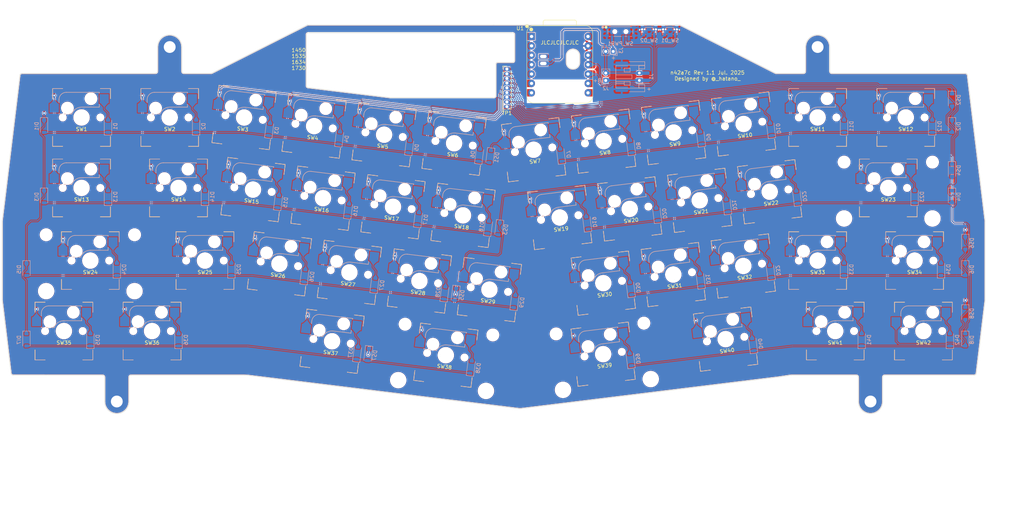
<source format=kicad_pcb>
(kicad_pcb (version 20241229) (generator "pcbnew") (generator_version "9.0")
  (title_block (title "n42a7c") (date "2025-06-08") (rev "1.0"))
  (layers (0 "F.Cu" mixed) (2 "B.Cu" mixed) (13 "F.Paste" user) (15 "B.Paste" user) (5 "F.SilkS" user "F.Silkscreen") (7 "B.SilkS" user "B.Silkscreen") (1 "F.Mask" user) (3 "B.Mask" user) (25 "Edge.Cuts" user))
  (net 0 "")
  (net 1 "GND")
  (net 2 "Net-(D1-K)")
  (net 3 "Net-(D1-A)")
  (net 4 "Net-(D2-A)")
  (net 5 "Net-(D3-A)")
  (net 6 "Net-(D4-A)")
  (net 7 "Net-(D5-A)")
  (net 8 "Net-(D6-A)")
  (net 9 "Net-(D10-K)")
  (net 10 "Net-(D7-A)")
  (net 11 "Net-(D8-A)")
  (net 12 "Net-(D9-A)")
  (net 13 "Net-(D10-A)")
  (net 14 "Net-(D11-A)")
  (net 15 "Net-(D12-A)")
  (net 16 "Net-(D13-A)")
  (net 17 "Net-(D14-A)")
  (net 18 "Net-(D15-A)")
  (net 19 "Net-(D16-A)")
  (net 20 "Net-(D17-A)")
  (net 21 "Net-(D18-A)")
  (net 22 "Net-(D19-A)")
  (net 23 "Net-(D20-A)")
  (net 24 "Net-(D21-A)")
  (net 25 "Net-(D22-A)")
  (net 26 "Net-(D23-A)")
  (net 27 "Net-(D24-A)")
  (net 28 "Net-(D13-K)")
  (net 29 "Net-(D19-K)")
  (net 30 "Net-(D24-K)")
  (net 31 "Net-(D30-K)")
  (net 32 "Net-(D35-K)")
  (net 33 "Net-(D39-K)")
  (net 34 "INTR")
  (net 35 "Net-(D25-A)")
  (net 36 "Net-(D26-A)")
  (net 37 "Net-(D27-A)")
  (net 38 "Net-(D28-A)")
  (net 39 "Net-(D29-A)")
  (net 40 "Net-(D30-A)")
  (net 41 "Net-(D31-A)")
  (net 42 "Net-(D32-A)")
  (net 43 "IO 0")
  (net 44 "IO 4")
  (net 45 "IO 1")
  (net 46 "IO 5")
  (net 47 "IO 2")
  (net 48 "Net-(D33-A)")
  (net 49 "IO 6")
  (net 50 "Net-(D34-A)")
  (net 51 "Net-(D35-A)")
  (net 52 "Net-(D36-A)")
  (net 53 "Net-(D37-A)")
  (net 54 "Net-(D38-A)")
  (net 55 "Net-(D39-A)")
  (net 56 "Net-(D40-A)")
  (net 57 "Net-(D41-A)")
  (net 58 "Net-(D42-A)")
  (net 59 "IO 3")
  (net 60 "IO 7")
  (net 61 "BAT-")
  (net 62 "VCC")
  (net 64 "BAT+")
  (net 65 "3V3")
  (net 66 "Net-(J1-Pin_1)")
  (net 67 "PWR")
  (net 68 "Fn")
  (footprint "cscslib:MountingHole_M3_plating_truss" (layer "F.Cu") (at 44.6484 124.42021)
    (property "Reference" "H3")
    (property "Value" "MountingHole_Pad" (hide yes))
  )
  (footprint "cscslib:MountingHole_M3_plating_truss" (layer "F.Cu") (at 58.935987 28.57502)
    (property "Reference" "H1")
    (property "Value" "MountingHole_Pad" (hide yes))
  )
  (footprint "cscslib:MountingHole_M3_plating_truss" (layer "F.Cu") (at 248.245104 124.420416)
    (property "Reference" "H4")
    (property "Value" "MountingHole_Pad" (hide yes))
  )
  (footprint "cscslib:MountingHole_M3_plating_truss" (layer "F.Cu") (at 233.958009 28.575024)
    (property "Reference" "H2")
    (property "Value" "MountingHole_Pad" (hide yes))
  )
  (footprint "cscslib:PinHeader_1x09_P1.27mm_Conthrough" (layer "F.Cu") (at 150.018876 34.528154)
    (property "Reference" "TP1")
    (property "Value" "Conn_01x09" (hide yes))
  )
  (footprint "OPL:XIAO-nRF52840-DIP2" (layer "F.Cu") (at 164.30625 33.337498)
    (property "Reference" "U1")
    (property "Value" "XIAO-nRF52840-SMD")
  )
  (footprint "cscslib:CPG151101S11_1.5u" (layer "B.Cu") (at 35.12349 47.624947)
    (property "Reference" "SW1")
    (property "Value" "CPG151101S11-16" (hide yes))
  )
  (footprint "cscslib:CPG151101S11_1u" (layer "B.Cu") (at 79.035307 47.638212 -7)
    (property "Reference" "SW3")
    (property "Value" "CPG151101S11-16" (hide yes))
  )
  (footprint "cscslib:CPG151101S11_1u" (layer "B.Cu") (at 97.94339 49.959835 -7)
    (property "Reference" "SW4")
    (property "Value" "CPG151101S11-16" (hide yes))
  )
  (footprint "cscslib:CPG151101S11_1u" (layer "B.Cu") (at 116.851469 52.281451 -7)
    (property "Reference" "SW5")
    (property "Value" "CPG151101S11-16" (hide yes))
  )
  (footprint "cscslib:CPG151101S11_1u" (layer "B.Cu") (at 135.759557 54.603071 -7)
    (property "Reference" "SW6")
    (property "Value" "CPG151101S11-16" (hide yes))
  )
  (footprint "cscslib:CPG151101S11_1u" (layer "B.Cu") (at 157.240616 56.344319 7)
    (property "Reference" "SW7")
    (property "Value" "CPG151101S11-16" (hide yes))
  )
  (footprint "cscslib:CPG151101S11_1u" (layer "B.Cu") (at 176.148605 54.022573 7)
    (property "Reference" "SW8")
    (property "Value" "CPG151101S11-16" (hide yes))
  )
  (footprint "cscslib:CPG151101S11_1u" (layer "B.Cu") (at 195.056609 51.700962 7)
    (property "Reference" "SW9")
    (property "Value" "CPG151101S11-16" (hide yes))
  )
  (footprint "cscslib:CPG151101S11_1u" (layer "B.Cu") (at 213.964612 49.379351 7)
    (property "Reference" "SW10")
    (property "Value" "CPG151101S11-16" (hide yes))
  )
  (footprint "cscslib:CPG151101S11_1u" (layer "B.Cu") (at 233.958009 47.624944)
    (property "Reference" "SW11")
    (property "Value" "CPG151101S11-16" (hide yes))
  )
  (footprint "cscslib:CPG151101S11_1u" (layer "B.Cu") (at 61.317239 66.675056)
    (property "Reference" "SW14")
    (property "Value" "CPG151101S11-16" (hide yes))
  )
  (footprint "cscslib:CPG151101S11_1u" (layer "B.Cu") (at 81.440532 67.12668 -7)
    (property "Reference" "SW15")
    (property "Value" "CPG151101S11-16" (hide yes))
  )
  (footprint "cscslib:CPG151101S11_1u" (layer "B.Cu") (at 164.289229 74.67192 7)
    (property "Reference" "SW19")
    (property "Value" "CPG151101S11-16" (hide yes))
  )
  (footprint "cscslib:CPG151101S11_1u" (layer "B.Cu") (at 202.105234 70.028699 7)
    (property "Reference" "SW21")
    (property "Value" "CPG151101S11-16" (hide yes))
  )
  (footprint "cscslib:CPG151101S11_2.25u" (layer "B.Cu") (at 37.504719 86.320385)
    (property "Reference" "SW24")
    (property "Value" "CPG151101S11-16" (hide yes))
  )
  (footprint "cscslib:CPG151101S11_1u" (layer "B.Cu") (at 68.460993 86.320387)
    (property "Reference" "SW25")
    (property "Value" "CPG151101S11-16" (hide yes))
  )
  (footprint "cscslib:CPG151101S11_1u" (layer "B.Cu") (at 88.572927 87.195507 -7)
    (property "Reference" "SW26")
    (property "Value" "CPG151101S11-16" (hide yes))
  )
  (footprint "cscslib:CPG151101S11_1u" (layer "B.Cu") (at 126.38899 91.838573 -7)
    (property "Reference" "SW28")
    (property "Value" "CPG151101S11-16" (hide yes))
  )
  (footprint "cscslib:CPG151101S11_1u" (layer "B.Cu") (at 145.296978 94.160409 -7)
    (property "Reference" "SW29")
    (property "Value" "CPG151101S11-16" (hide yes))
  )
  (footprint "cscslib:CPG151101S11_1u" (layer "B.Cu") (at 58.935987 47.624945)
    (property "Reference" "SW2")
    (property "Value" "CPG151101S11-16" (hide yes))
  )
  (footprint "cscslib:CPG151101S11_1u" (layer "B.Cu") (at 183.197233 72.350309 7)
    (property "Reference" "SW20")
    (property "Value" "CPG151101S11-16" (hide yes))
  )
  (footprint "cscslib:CPG151101S11_1.75u" (layer "B.Cu") (at 35.123493 66.675055)
    (property "Reference" "SW13")
    (property "Value" "CPG151101S11-16" (hide yes))
  )
  (footprint "Diode_SMD:D_SOD-123" (layer "B.Cu") (at 133.189425 95.072673 83)
    (property "Reference" "D28")
    (property "Value" "1N4148W" (hide yes))
  )
  (footprint "Diode_SMD:D_SOD-123" (layer "B.Cu") (at 228.393943 69.199988 97)
    (property "Reference" "D22")
    (property "Value" "1N4148W" (hide yes))
  )
  (footprint "Diode_SMD:D_SOD-123" (layer "B.Cu") (at 44.648475 88.701637 90)
    (property "Reference" "D24")
    (property "Value" "1N4148W" (hide yes))
  )
  (footprint "Diode_SMD:D_SOD-123" (layer "B.Cu") (at 75.604751 88.701637 90)
    (property "Reference" "D25")
    (property "Value" "1N4148W" (hide yes))
  )
  (footprint "Diode_SMD:D_SOD-123" (layer "B.Cu") (at 183.445536 93.911962 97)
    (property "Reference" "D30")
    (property "Value" "1N4148W" (hide yes))
  )
  (footprint "Diode_SMD:D_SOD-123" (layer "B.Cu") (at 95.373413 90.429453 83)
    (property "Reference" "D26")
    (property "Value" "1N4148W" (hide yes))
  )
  (footprint "cscslib:CPG151101S11_1u" (layer "B.Cu") (at 221.013241 67.707088 7)
    (property "Reference" "SW22")
    (property "Value" "CPG151101S11-16" (hide yes))
  )
  (footprint "Diode_SMD:D_SOD-123" (layer "B.Cu") (at 114.281415 92.751063 83)
    (property "Reference" "D27")
    (property "Value" "1N4148W" (hide yes))
  )
  (footprint "Diode_SMD:D_SOD-123" (layer "B.Cu") (at 85.835636 50.872239 83)
    (property "Reference" "D3")
    (property "Value" "1N4148W" (hide yes))
  )
  (footprint "Diode_SMD:D_SOD-123" (layer "B.Cu") (at 66.079811 50.006236 90)
    (property "Reference" "D2")
    (property "Value" "1N4148W" (hide yes))
  )
  (footprint "Diode_SMD:D_SOD-123" (layer "B.Cu") (at 104.743634 53.193846 83)
    (property "Reference" "D4")
    (property "Value" "1N4148W" (hide yes))
  )
  (footprint "Diode_SMD:D_SOD-123" (layer "B.Cu") (at 183.529308 55.515472 97)
    (property "Reference" "D8")
    (property "Value" "1N4148W" (hide yes))
  )
  (footprint "Diode_SMD:D_SOD-123" (layer "B.Cu") (at 202.437326 53.193994 97)
    (property "Reference" "D9")
    (property "Value" "1N4148W" (hide yes))
  )
  (footprint "Diode_SMD:D_SOD-123" (layer "B.Cu") (at 164.621302 57.837079 97)
    (property "Reference" "D7")
    (property "Value" "1N4148W" (hide yes))
  )
  (footprint "Diode_SMD:D_SOD-123" (layer "B.Cu") (at 221.345315 50.87225 97)
    (property "Reference" "D10")
    (property "Value" "1N4148W" (hide yes))
  )
  (footprint "Diode_SMD:D_SOD-123" (layer "B.Cu") (at 123.651645 55.515457 83)
    (property "Reference" "D5")
    (property "Value" "1N4148W" (hide yes))
  )
  (footprint "Diode_SMD:D_SOD-123" (layer "B.Cu") (at 142.559642 57.837069 83)
    (property "Reference" "D6")
    (property "Value" "1N4148W" (hide yes))
  )
  (footprint "Diode_SMD:D_SOD-123" (layer "B.Cu") (at 42.267291 50.006233 90)
    (property "Reference" "D1")
    (property "Value" "1N4148W" (hide yes))
  )
  (footprint "Diode_SMD:D_SOD-123" (layer "B.Cu") (at 190.577937 73.843202 97)
    (property "Reference" "D20")
    (property "Value" "1N4148W" (hide yes))
  )
  (footprint "Diode_SMD:D_SOD-123" (layer "B.Cu") (at 107.149028 72.682258 83)
    (property "Reference" "D16")
    (property "Value" "1N4148W" (hide yes))
  )
  (footprint "Diode_SMD:D_SOD-123" (layer "B.Cu") (at 171.669933 76.164815 97)
    (property "Reference" "D19")
    (property "Value" "1N4148W" (hide yes))
  )
  (footprint "Diode_SMD:D_SOD-123" (layer "B.Cu") (at 209.48594 71.521592 97)
    (property "Reference" "D21")
    (property "Value" "1N4148W" (hide yes))
  )
  (footprint "Diode_SMD:D_SOD-123" (layer "B.Cu") (at 88.241023 70.360642 83)
    (property "Reference" "D15")
    (property "Value" "1N4148W" (hide yes))
  )
  (footprint "Diode_SMD:D_SOD-123" (layer "B.Cu") (at 144.965036 77.325476 83)
    (property "Reference" "D18")
    (property "Value" "1N4148W" (hide yes))
  )
  (footprint "Diode_SMD:D_SOD-123" (layer "B.Cu") (at 68.461066 69.056308 90)
    (property "Reference" "D14")
    (property "Value" "1N4148W" (hide yes))
  )
  (footprint "cscslib:CPG151101S11_1u" (layer "B.Cu") (at 100.34855 69.44829 -7)
    (property "Reference" "SW16")
    (property "Value" "CPG151101S11-16" (hide yes))
  )
  (footprint "cscslib:CPG151101S11_1u" (layer "B.Cu") (at 138.16459 74.091519 -7)
    (property "Reference" "SW18")
    (property "Value" "CPG151101S11-16" (hide yes))
  )
  (footprint "cscslib:CPG151101S11_1u" (layer "B.Cu") (at 119.256568 71.769906 -7)
    (property "Reference" "SW17")
    (property "Value" "CPG151101S11-16" (hide yes))
  )
  (footprint "cscslib:CPG151101S11_2.25u" (layer "B.Cu") (at 253.039765 66.675056)
    (property "Reference" "SW23")
    (property "Value" "CPG151101S11-16" (hide yes))
  )
  (footprint "Diode_SMD:D_SOD-123" (layer "B.Cu") (at 152.097858 97.394382 83)
    (property "Reference" "D29")
    (property "Value" "1N4148W" (hide yes))
  )
  (footprint "Diode_SMD:D_SOD-123" (layer "B.Cu") (at 126.057034 75.003868 83)
    (property "Reference" "D17")
    (property "Value" "1N4148W" (hide yes))
  )
  (footprint "Diode_SMD:D_SOD-123" (layer "B.Cu") (at 42.267296 69.056306 90)
    (property "Reference" "D13")
    (property "Value" "1N4148W" (hide yes))
  )
  (footprint "Diode_SMD:D_SOD-123" (layer "B.Cu") (at 221.261544 89.26874 97)
    (property "Reference" "D32")
    (property "Value" "1N4148W" (hide yes))
  )
  (footprint "cscslib:CPG151101S11_1u" (layer "B.Cu") (at 213.88085 87.775897 7)
    (property "Reference" "SW32")
    (property "Value" "CPG151101S11-16" (hide yes))
  )
  (footprint "cscslib:CPG151101S11_1.5u" (layer "B.Cu") (at 257.770529 47.624944)
    (property "Reference" "SW12")
    (property "Value" "CPG151101S11-16" (hide yes))
  )
  (footprint "cscslib:CPG151101S11_1u" (layer "B.Cu") (at 107.480948 89.517121 -7)
    (property "Reference" "SW27")
    (property "Value" "CPG151101S11-16" (hide yes))
  )
  (footprint "cscslib:CPG151101S11_1u" (layer "B.Cu") (at 176.06484 92.419119 7)
    (property "Reference" "SW30")
    (property "Value" "CPG151101S11-16" (hide yes))
  )
  (footprint "cscslib:CPG151101S11_1.25u" (layer "B.Cu") (at 262.532592 105.370401)
    (property "Reference" "SW42")
    (property "Value" "CPG151101S11-16" (hide yes))
  )
  (footprint "Diode_SMD:D_SOD-123" (layer "B.Cu") (at 241.101765 50.006294 90)
    (property "Reference" "D11")
    (property "Value" "1N4148W" (hide yes))
  )
  (footprint "cscslib:SKTDLDE010" (layer "B.Cu") (at 188.416248 23.81248 180)
    (property "Reference" "SW_D2")
    (property "Value" "SKTDLDE010" (hide yes))
  )
  (footprint "cscslib:CPG151101S11_1.25u" (layer "B.Cu") (at 209.111959 107.554506 7)
    (property "Reference" "SW40")
    (property "Value" "CPG151101S11-16" (hide yes))
  )
  (footprint "Diode_SMD:D_SOD-123" (layer "B.Cu") (at 140.321813 115.141485 83)
    (property "Reference" "D38")
    (property "Value" "1N4148W" (hide yes))
  )
  (footprint "cscslib:CPG151101S11_1.25u" (layer "B.Cu") (at 238.720112 105.370224)
    (property "Reference" "SW41")
    (property "Value" "CPG151101S11-16" (hide yes))
  )
  (footprint "Diode_SMD:D_SOD-123" (layer "B.Cu") (at 273.843082 100.607728 -90)
    (property "Reference" "DS8")
    (property "Value" "1N4148W" (hide yes))
  )
  (footprint "Diode_SMD:D_SOD-123" (layer "B.Cu") (at 270.272102 61.912571 -90)
    (property "Reference" "DS4")
    (property "Value" "1N4148W" (hide yes))
  )
  (footprint "Diode_SMD:D_SOD-123" (layer "B.Cu") (at 136.143936 95.435583 -97)
    (property "Reference" "DS5")
    (property "Value" "1N4148W" (hide yes))
  )
  (footprint "cscslib:CPG151101S11_2.25u" (layer "B.Cu") (at 176.022952 111.617325 7)
    (property "Reference" "SW39")
    (property "Value" "CPG151101S11-16" (hide yes))
  )
  (footprint "Diode_SMD:D_SOD-123" (layer "B.Cu") (at 20.240608 107.751472 -90)
    (property "Reference" "DI7")
    (property "Value" "1N4148W" (hide yes))
  )
  (footprint "cscslib:CPG151101S11_1u" (layer "B.Cu") (at 233.958009 86.320382)
    (property "Reference" "SW33")
    (property "Value" "CPG151101S11-16" (hide yes))
  )
  (footprint "Diode_SMD:D_SOD-123" (layer "B.Cu") (at 260.151781 69.056308 90)
    (property "Reference" "D23")
    (property "Value" "1N4148W" (hide yes))
  )
  (footprint "Diode_SMD:D_SOD-123" (layer "B.Cu") (at 216.492662 109.047402 97)
    (property "Reference" "D40")
    (property "Value" "1N4148W" (hide yes))
  )
  (footprint "Diode_SMD:D_SOD-123" (layer "B.Cu") (at 20.240625 88.701637 -90)
    (property "Reference" "DI5")
    (property "Value" "1N4148W" (hide yes))
  )
  (footprint "Connector_PinHeader_2.00mm:PinHeader_1x02_P2.00mm_Vertical" (layer "B.Cu") (at 176.724848 37.611688)
    (property "Reference" "J2")
    (property "Value" "~" (hide yes))
  )
  (footprint "cscslib:CPG151101S11_1.25u" (layer "B.Cu") (at 30.360912 105.370404)
    (property "Reference" "SW35")
    (property "Value" "CPG151101S11-16" (hide yes))
  )
  (footprint "Diode_SMD:D_SOD-123" (layer "B.Cu") (at 147.919557 77.688367 -97)
    (property "Reference" "DS3")
    (property "Value" "1N4148W" (hide yes))
  )
  (footprint "Diode_SMD:D_SOD-123" (layer "B.Cu") (at 25.003125 69.05625 -90)
    (property "Reference" "DI3")
    (property "Value" "1N4148W" (hide yes))
  )
  (footprint "Diode_SMD:D_SOD-123" (layer "B.Cu") (at 145.514166 58.199946 -97)
    (property "Reference" "DS1")
    (property "Value" "1N4148W" (hide yes))
  )
  (footprint "Diode_SMD:D_SOD-123" (layer "B.Cu") (at 269.676346 107.751652 90)
    (property "Reference" "D42")
    (property "Value" "1N4148W" (hide yes))
  )
  (footprint "Diode_SMD:D_SOD-123" (layer "B.Cu") (at 25.003125 50.00625 -90)
    (property "Reference" "DI1")
    (property "Value" "1N4148W" (hide yes))
  )
  (footprint "Diode_SMD:D_SOD-123" (layer "B.Cu") (at 267.295537 88.701637 90)
    (property "Reference" "D34")
    (property "Value" "1N4148W" (hide yes))
  )
  (footprint "Diode_SMD:D_SOD-123" (layer "B.Cu") (at 273.843083 107.751472 -90)
    (property "Reference" "DI8")
    (property "Value" "1N4148W" (hide yes))
  )
  (footprint "cscslib:CPG151101S11_1u" (layer "B.Cu") (at 194.972846 90.097508 7)
    (property "Reference" "SW31")
    (property "Value" "CPG151101S11-16" (hide yes))
  )
  (footprint "Diode_SMD:D_SOD-123" (layer "B.Cu") (at 270.272102 69.056308 -90)
    (property "Reference" "DI4")
    (property "Value" "1N4148W" (hide yes))
  )
  (footprint "Diode_SMD:D_SOD-123" (layer "B.Cu") (at 241.101765 88.70164 90)
    (property "Reference" "D33")
    (property "Value" "1N4148W" (hide yes))
  )
  (footprint "Diode_SMD:D_SOD-123" (layer "B.Cu") (at 112.550903 111.731521 -97)
    (property "Reference" "DS7")
    (property "Value" "1N4148W" (hide yes))
  )
  (footprint "cscslib:CPG151101S11_1.75u" (layer "B.Cu") (at 260.151779 86.320385)
    (property "Reference" "SW34")
    (property "Value" "CPG151101S11-16" (hide yes))
  )
  (footprint "cscslib:SSSS811101" (layer "B.Cu") (at 180.677192 24.407792)
    (property "Reference" "SW_PWR1")
    (property "Value" "SSSS811101" (hide yes))
  )
  (footprint "cscslib:CPG151101S11_2u" (layer "B.Cu") (at 133.521957 111.907493 -7)
    (property "Reference" "SW38")
    (property "Value" "CPG151101S11-16" (hide yes))
  )
  (footprint "Diode_SMD:D_SOD-123" (layer "B.Cu") (at 270.272102 42.862536 -90)
    (property "Reference" "DS2")
    (property "Value" "1N4148W" (hide yes))
  )
  (footprint "Connector_JST:JST_PH_S2B-PH-K_1x02_P2.00mm_Horizontal" (layer "B.Cu") (at 185.806096 37.611688 90)
    (property "Reference" "J4" (hide yes))
    (property "Value" "S2B-PH-K" (hide yes))
  )
  (footprint "Diode_SMD:D_SOD-123" (layer "B.Cu") (at 264.914285 50.006233 90)
    (property "Reference" "D12")
    (property "Value" "1N4148W" (hide yes))
  )
  (footprint "Connector_JST:JST_PH_S2B-PH-SM4-TB_1x02-1MP_P2.00mm_Horizontal" (layer "B.Cu") (at 183.951408 36.611688 90)
    (property "Reference" "J1")
    (property "Value" "S2B-PH-SM4-TB" (hide yes))
  )
  (footprint "Diode_SMD:D_SOD-123" (layer "B.Cu") (at 183.403655 113.110221 97)
    (property "Reference" "D39")
    (property "Value" "1N4148W" (hide yes))
  )
  (footprint "cscslib:CPG151101S11_1.25u" (layer "B.Cu") (at 102.796451 108.13487 -7)
    (property "Reference" "SW37")
    (property "Value" "CPG151101S11-16" (hide yes))
  )
  (footprint "cscslib:CPG151101S11_1.25u" (layer "B.Cu") (at 54.173432 105.370401)
    (property "Reference" "SW36")
    (property "Value" "CPG151101S11-16" (hide yes))
  )
  (footprint "Diode_SMD:D_SOD-123" (layer "B.Cu") (at 37.504668 107.751653 90)
    (property "Reference" "D35")
    (property "Value" "1N4148W" (hide yes))
  )
  (footprint "cscslib:SKTDLDE010" (layer "B.Cu") (at 194.071712 23.81248 180)
    (property "Reference" "SW_D1")
    (property "Value" "SKTDLDE010" (hide yes))
  )
  (footprint "Connector_PinHeader_2.00mm:PinHeader_1x02_P2.00mm_Vertical" (layer "B.Cu") (at 178.724848 29.765625 90)
    (property "Reference" "J3")
    (property "Value" "~" (hide yes))
  )
  (footprint "Diode_SMD:D_SOD-123" (layer "B.Cu") (at 109.596308 111.368866 83)
    (property "Reference" "D37")
    (property "Value" "1N4148W" (hide yes))
  )
  (footprint "Diode_SMD:D_SOD-123" (layer "B.Cu") (at 270.272101 50.00629 -90)
    (property "Reference" "DI2")
    (property "Value" "1N4148W" (hide yes))
  )
  (footprint "Diode_SMD:D_SOD-123" (layer "B.Cu") (at 61.317188 107.751653 90)
    (property "Reference" "D36")
    (property "Value" "1N4148W" (hide yes))
  )
  (footprint "Diode_SMD:D_SOD-123" (layer "B.Cu") (at 245.863868 107.751473 90)
    (property "Reference" "D41")
    (property "Value" "1N4148W" (hide yes))
  )
  (footprint "Diode_SMD:D_SOD-123" (layer "B.Cu") (at 273.843066 88.701353 -90)
    (property "Reference" "DI6")
    (property "Value" "1N4148W" (hide yes))
  )
  (footprint "Diode_SMD:D_SOD-123" (layer "B.Cu") (at 202.353549 91.590403 97)
    (property "Reference" "D31")
    (property "Value" "1N4148W" (hide yes))
  )
  (footprint "Diode_SMD:D_SOD-123" (layer "B.Cu") (at 273.84352 81.557744 -90)
    (property "Reference" "DS6")
    (property "Value" "1N4148W" (hide yes))
  )
  (gr_circle (center 176.807664 23.217168) (end 177.10532 23.217168) (stroke (width 0.15)) (fill yes) (layer "F.SilkS"))
  (gr_circle (center 175.914696 23.217168) (end 175.61704 23.217168) (stroke (width 0.15)) (fill yes) (layer "B.SilkS"))
  (gr_line (start 230.684177 35.123382) (end 230.684287 28.575052) (stroke (width 0.15)) (layer "Edge.Cuts"))
  (gr_line (start 196.750616 22.621856) (end 173.533449 22.621856) (stroke (width 0.15)) (layer "Edge.Cuts"))
  (gr_arc (start 55.661679 35.123375) (mid 55.487375 35.544394) (end 55.066349 35.718708) (stroke (width 0.15)) (layer "Edge.Cuts"))
  (gr_line (start 41.374121 124.420207) (end 41.374128 117.876813) (stroke (width 0.15)) (layer "Edge.Cuts"))
  (gr_line (start 80.073858 117.34053) (end 153.342313 126.336706) (stroke (width 0.15)) (layer "Edge.Cuts"))
  (gr_line (start 223.562205 117.775766) (end 226.814253 117.276661) (stroke (width 0.15)) (layer "Edge.Cuts"))
  (gr_arc (start 47.922681 124.420208) (mid 44.648295 127.694491) (end 41.374121 124.419998) (stroke (width 0.15)) (layer "Edge.Cuts"))
  (gr_line (start 153.838937 126.336706) (end 223.562205 117.775766) (stroke (width 0.15)) (layer "Edge.Cuts"))
  (gr_arc (start 230.684204 35.12343) (mid 230.509836 35.544393) (end 230.088891 35.718742) (stroke (width 0.15)) (layer "Edge.Cuts"))
  (gr_line (start 153.342313 126.336706) (end 153.838937 126.336706) (stroke (width 0.15)) (layer "Edge.Cuts"))
  (gr_line (start 237.231831 28.575043) (end 237.231904 35.123486) (stroke (width 0.15)) (layer "Edge.Cuts"))
  (gr_arc (start 18.45471 36.314113) (mid 18.62907 35.893163) (end 19.050023 35.718803) (stroke (width 0.15)) (layer "Edge.Cuts"))
  (gr_arc (start 273.843546 35.7188) (mid 274.264527 35.893146) (end 274.438858 36.314115) (stroke (width 0.15)) (layer "Edge.Cuts"))
  (gr_arc (start 244.375185 117.276669) (mid 244.796061 117.451095) (end 244.970499 117.871994) (stroke (width 0.15)) (layer "Edge.Cuts"))
  (gr_line (start 226.814253 117.276462) (end 244.375024 117.276464) (stroke (width 0.15)) (layer "Edge.Cuts"))
  (gr_line (start 252.114181 117.276667) (end 276.224768 117.276466) (stroke (width 0.15)) (layer "Edge.Cuts"))
  (gr_arc (start 40.78259 117.27626) (mid 41.200895 117.452132) (end 41.374128 117.871566) (stroke (width 0.15)) (layer "Edge.Cuts"))
  (gr_line (start 79.176629 117.276663) (end 80.073858 117.34053) (stroke (width 0.15)) (layer "Edge.Cuts"))
  (gr_line (start 70.246967 35.718695) (end 62.8055 35.718737) (stroke (width 0.15)) (layer "Edge.Cuts"))
  (gr_line (start 55.661606 35.123465) (end 55.661664 28.575024) (stroke (width 0.15)) (layer "Edge.Cuts"))
  (gr_line (start 274.438831 36.314093) (end 279.201797 75.604751) (stroke (width 0.15)) (layer "Edge.Cuts"))
  (gr_arc (start 55.661664 28.575024) (mid 58.935989 25.300694) (end 62.210307 28.575021) (stroke (width 0.15)) (layer "Edge.Cuts"))
  (gr_line (start 237.843961 35.718728) (end 273.8435 35.718804) (stroke (width 0.15)) (layer "Edge.Cuts"))
  (gr_line (start 18.454703 36.314113) (end 13.692199 75.604751) (stroke (width 0.15)) (layer "Edge.Cuts"))
  (gr_line (start 279.201797 75.604751) (end 279.201797 97.036019) (stroke (width 0.15)) (layer "Edge.Cuts"))
  (gr_line (start 279.201797 97.036019) (end 276.82008 116.68151) (stroke (width 0.15)) (layer "Edge.Cuts"))
  (gr_arc (start 47.922517 117.871554) (mid 48.10238 117.445192) (end 48.533251 117.276414) (stroke (width 0.15)) (layer "Edge.Cuts"))
  (gr_arc (start 16.668722 117.276417) (mid 16.247823 117.10207) (end 16.073475 116.681173) (stroke (width 0.15)) (layer "Edge.Cuts"))
  (gr_line (start 230.088891 35.718742) (end 222.647208 35.718934) (stroke (width 0.15)) (layer "Edge.Cuts"))
  (gr_line (start 13.692199 97.036019) (end 13.692199 75.604751) (stroke (width 0.15)) (layer "Edge.Cuts"))
  (gr_arc (start 251.518868 117.871986) (mid 251.693352 117.451156) (end 252.114181 117.276667) (stroke (width 0.15)) (layer "Edge.Cuts"))
  (gr_line (start 244.970473 117.871995) (end 244.970466 124.420417) (stroke (width 0.15)) (layer "Edge.Cuts"))
  (gr_arc (start 230.684287 28.575052) (mid 233.958096 25.301187) (end 237.231831 28.575043) (stroke (width 0.15)) (layer "Edge.Cuts"))
  (gr_line (start 47.922553 117.871566) (end 47.922681 124.420208) (stroke (width 0.15)) (layer "Edge.Cuts"))
  (gr_arc (start 237.837163 35.718872) (mid 237.410261 35.547778) (end 237.232604 35.123543) (stroke (width 0.15)) (layer "Edge.Cuts"))
  (gr_poly (pts (xy 147.042064 41.890568) (xy 146.986253 42.025307) (xy 146.818822 42.192738) (xy 146.639171 42.267152) (xy 118.464698 42.267152) (xy 96.216094 39.556718) (xy 96.087078 39.499594) (xy 95.919646 39.354975) (xy 95.845232 39.192371) (xy 95.845232 25.082032) (xy 95.901043 24.947293) (xy 96.068474 24.779862) (xy 96.248125 24.705448) (xy 101.798352 24.705448) (xy 151.699323 24.705448) (xy 151.878974 24.779862) (xy 152.046405 24.947293) (xy 152.102216 25.082032) (xy 152.102216 32.339267) (xy 152.027802 32.518918) (xy 151.860371 32.686349) (xy 151.725632 32.74216) (xy 147.418648 32.74216) (xy 147.283909 32.797971) (xy 147.116478 32.965402) (xy 147.042064 33.145053)) (stroke (width 0.15)) (fill no) (layer "Edge.Cuts"))
  (gr_line (start 96.142888 22.621894) (end 70.246706 35.718697) (stroke (width 0.15)) (layer "Edge.Cuts"))
  (gr_line (start 40.78259 117.27626) (end 16.668736 117.270464) (stroke (width 0.15)) (layer "Edge.Cuts"))
  (gr_line (start 166.092041 30.956224) (end 166.09204 32.74216) (stroke (width 0.15)) (layer "Edge.Cuts"))
  (gr_line (start 96.142888 22.621894) (end 146.446752 22.621894) (stroke (width 0.15)) (layer "Edge.Cuts"))
  (gr_line (start 251.519742 124.420417) (end 251.519764 117.871988) (stroke (width 0.15)) (layer "Edge.Cuts"))
  (gr_arc (start 62.805389 35.718738) (mid 62.384482 35.544358) (end 62.210114 35.123467) (stroke (width 0.15)) (layer "Edge.Cuts"))
  (gr_arc (start 276.820736 116.681881) (mid 276.646184 117.102621) (end 276.225423 117.277194) (stroke (width 0.15)) (layer "Edge.Cuts"))
  (gr_line (start 13.692199 97.036019) (end 16.073424 116.675221) (stroke (width 0.15)) (layer "Edge.Cuts"))
  (gr_line (start 169.663919 30.956224) (end 169.663919 32.742166) (stroke (width 0.15)) (layer "Edge.Cuts"))
  (gr_line (start 62.210307 28.575021) (end 62.210348 35.123466) (stroke (width 0.15)) (layer "Edge.Cuts"))
  (gr_line (start 173.533448 22.621875) (end 155.078776 22.621875) (stroke (width 0.15)) (layer "Edge.Cuts"))
  (gr_arc (start 166.092041 30.956224) (mid 167.87798 29.170285) (end 169.663919 30.956224) (stroke (width 0.15)) (layer "Edge.Cuts"))
  (gr_line (start 48.540019 117.276628) (end 79.176629 117.276663) (stroke (width 0.15)) (layer "Edge.Cuts"))
  (gr_line (start 55.066349 35.718708) (end 19.050023 35.718803) (stroke (width 0.15)) (layer "Edge.Cuts"))
  (gr_arc (start 169.663919 32.742166) (mid 167.877997 34.528119) (end 166.09204 32.74216) (stroke (width 0.15)) (layer "Edge.Cuts"))
  (gr_arc (start 251.519742 124.420417) (mid 248.245104 127.695054) (end 244.970466 124.420417) (stroke (width 0.15)) (layer "Edge.Cuts"))
  (gr_line (start 146.446752 22.621894) (end 155.078776 22.621875) (stroke (width 0.15)) (layer "Edge.Cuts"))
  (gr_line (start 196.750616 22.621875) (end 222.647528 35.71878) (stroke (width 0.15)) (layer "Edge.Cuts"))
  (gr_text "n42a7c Rev 1.1 Jul. 2025\nDesigned by @_hatano_" (at 204.192359 36.314113 0) (layer "F.SilkS") (effects (font (size 1 1))))
  (gr_text "1450\n1535\n1634\n1730" (at 93.76164 31.849192 0) (layer "F.SilkS") (effects (font (size 1 1))))
  (gr_text "JLCJLCJLCJLC" (at 164.30625 27.384375 0) (layer "F.SilkS") (effects (font (size 1 1))))
  (gr_text "+" (at 178.724848 31.551536 90) (layer "B.SilkS") (effects (font (size 1 1)) (justify mirror)))
  (gr_text "+" (at 188.416248 39.885904 0) (layer "B.SilkS") (effects (font (size 1 1)) (justify mirror)))
  (gr_text "B+" (at 174.426416 37.611688 0) (layer "B.SilkS") (effects (font (size 1 1)) (justify mirror)))
  (segment (start 42.267291 51.656235) (end 66.079811 51.656236) (width 0.25) (layer "B.Cu") (net 2))
  (segment (start 78.686704 51.65685) (end 78.686223 51.656236) (width 0.25) (layer "B.Cu") (net 2))
  (segment (start 123.450558 57.153158) (end 123.906878 57.209187) (width 0.25) (layer "B.Cu") (net 2))
  (segment (start 25.598459 51.656293) (end 42.267234 51.656292) (width 0.25) (layer "B.Cu") (net 2))
  (segment (start 66.079811 51.656236) (end 78.686223 51.656236) (width 0.25) (layer "B.Cu") (net 2))
  (segment (start 123.906878 57.209187) (end 123.90688 57.209189) (width 0.25) (layer "B.Cu") (net 2))
  (segment (start 142.358555 59.47477) (end 145.312991 59.837529) (width 0.25) (layer "B.Cu") (net 2))
  (segment (start 145.312991 59.837529) (end 145.313081 59.837645) (width 0.25) (layer "B.Cu") (net 2))
  (segment (start 42.267234 51.656292) (end 42.267291 51.656235) (width 0.25) (layer "B.Cu") (net 2))
  (segment (start 85.634549 52.509938) (end 78.686704 51.65685) (width 0.25) (layer "B.Cu") (net 2))
  (segment (start 123.90688 57.209189) (end 142.358555 59.47477) (width 0.25) (layer "B.Cu") (net 2))
  (segment (start 85.634549 52.509938) (end 104.542552 54.831546) (width 0.25) (layer "B.Cu") (net 2))
  (segment (start 104.542552 54.831546) (end 123.450558 57.153158) (width 0.25) (layer "B.Cu") (net 2))
  (segment (start 42.267291 46.434482) (end 42.267291 48.356233) (width 0.25) (layer "B.Cu") (net 3))
  (segment (start 41.238487 42.544947) (end 41.23849 45.405681) (width 0.25) (layer "B.Cu") (net 3))
  (segment (start 41.23849 45.405681) (end 42.267291 46.434482) (width 0.25) (layer "B.Cu") (net 3))
  (segment (start 66.079811 46.434414) (end 66.079809 48.356235) (width 0.25) (layer "B.Cu") (net 4))
  (segment (start 65.050987 45.40559) (end 66.079811 46.434414) (width 0.25) (layer "B.Cu") (net 4))
  (segment (start 65.050987 42.544945) (end 65.050987 45.40559) (width 0.25) (layer "B.Cu") (net 4))
  (segment (start 86.270932 47.327007) (end 86.036717 49.234535) (width 0.25) (layer "B.Cu") (net 5))
  (segment (start 85.375211 46.180535) (end 86.270932 47.327007) (width 0.25) (layer "B.Cu") (net 5))
  (segment (start 85.723824 43.34131) (end 85.375211 46.180535) (width 0.25) (layer "B.Cu") (net 5))
  (segment (start 104.631907 45.662933) (end 104.283284 48.502236) (width 0.25) (layer "B.Cu") (net 6))
  (segment (start 104.283284 48.502236) (end 105.178936 49.648618) (width 0.25) (layer "B.Cu") (net 6))
  (segment (start 105.178936 49.648618) (end 104.944721 51.556145) (width 0.25) (layer "B.Cu") (net 6))
  (segment (start 123.191354 50.823928) (end 124.086943 51.970229) (width 0.25) (layer "B.Cu") (net 7))
  (segment (start 124.086943 51.970229) (end 123.852725 53.877756) (width 0.25) (layer "B.Cu") (net 7))
  (segment (start 123.539986 47.984549) (end 123.191354 50.823928) (width 0.25) (layer "B.Cu") (net 7))
  (segment (start 142.099431 53.145638) (end 142.994941 54.291839) (width 0.25) (layer "B.Cu") (net 8))
  (segment (start 142.448074 50.306169) (end 142.099431 53.145638) (width 0.25) (layer "B.Cu") (net 8))
  (segment (start 142.994941 54.291839) (end 142.760726 56.199368) (width 0.25) (layer "B.Cu") (net 8))
  (segment (start 270.272102 44.512535) (end 270.272102 45.754484) (width 0.25) (layer "B.Cu") (net 9))
  (segment (start 264.914285 51.656235) (end 264.454968 51.656235) (width 0.25) (layer "B.Cu") (net 9))
  (segment (start 270.272102 45.754484) (end 268.895102 47.131484) (width 0.25) (layer "B.Cu") (net 9))
  (segment (start 270.272044 51.656233) (end 270.272101 51.65629) (width 0.25) (layer "B.Cu") (net 9))
  (segment (start 270.272046 51.656235) (end 270.272102 51.656291) (width 0.25) (layer "B.Cu") (net 9))
  (segment (start 221.546399 52.509951) (end 228.501085 51.656023) (width 0.25) (layer "B.Cu") (net 9))
  (segment (start 268.895102 47.131484) (end 268.895102 49.267474) (width 0.25) (layer "B.Cu") (net 9))
  (segment (start 221.546281 52.510103) (end 221.546398 52.50995) (width 0.25) (layer "B.Cu") (net 9))
  (segment (start 268.895102 49.267474) (end 270.272102 50.644474) (width 0.25) (layer "B.Cu") (net 9))
  (segment (start 264.914285 51.656233) (end 270.272044 51.656233) (width 0.25) (layer "B.Cu") (net 9))
  (segment (start 264.45491 51.656295) (end 241.101765 51.656292) (width 0.25) (layer "B.Cu") (net 9))
  (segment (start 228.501085 51.656023) (end 228.501432 51.656293) (width 0.25) (layer "B.Cu") (net 9))
  (segment (start 264.454968 51.656235) (end 264.45491 51.656295) (width 0.25) (layer "B.Cu") (net 9))
  (segment (start 202.638412 54.831696) (end 221.546281 52.510103) (width 0.25) (layer "B.Cu") (net 9))
  (segment (start 270.272102 50.644474) (end 270.272102 51.656291) (width 0.25) (layer "B.Cu") (net 9))
  (segment (start 241.101765 51.656293) (end 228.501432 51.656293) (width 0.25) (layer "B.Cu") (net 9))
  (segment (start 202.638262 54.831577) (end 202.638412 54.831696) (width 0.25) (layer "B.Cu") (net 9))
  (segment (start 183.730392 57.153171) (end 202.638262 54.831577) (width 0.25) (layer "B.Cu") (net 9))
  (segment (start 164.822386 59.47478) (end 183.730392 57.153171) (width 0.25) (layer "B.Cu") (net 9))
  (segment (start 164.186005 54.291878) (end 164.420217 56.199379) (width 0.25) (layer "B.Cu") (net 10))
  (segment (start 163.039549 53.396167) (end 164.186005 54.291878) (width 0.25) (layer "B.Cu") (net 10))
  (segment (start 162.690938 50.556954) (end 163.039549 53.396167) (width 0.25) (layer "B.Cu") (net 10))
  (segment (start 181.598926 48.235207) (end 181.947554 51.074554) (width 0.25) (layer "B.Cu") (net 11))
  (segment (start 181.947554 51.074554) (end 183.094011 51.970265) (width 0.25) (layer "B.Cu") (net 11))
  (segment (start 183.094011 51.970265) (end 183.328225 53.87777) (width 0.25) (layer "B.Cu") (net 11))
  (segment (start 202.002015 49.648654) (end 202.236243 51.556293) (width 0.25) (layer "B.Cu") (net 12))
  (segment (start 200.506931 45.913596) (end 200.855559 48.752945) (width 0.25) (layer "B.Cu") (net 12))
  (segment (start 200.855559 48.752945) (end 202.002015 49.648654) (width 0.25) (layer "B.Cu") (net 12))
  (segment (start 220.910018 47.327043) (end 221.144231 49.234547) (width 0.25) (layer "B.Cu") (net 13))
  (segment (start 219.76356 46.431332) (end 220.910018 47.327043) (width 0.25) (layer "B.Cu") (net 13))
  (segment (start 219.414933 43.591985) (end 219.76356 46.431332) (width 0.25) (layer "B.Cu") (net 13))
  (segment (start 240.073009 42.544945) (end 240.073008 45.405657) (width 0.25) (layer "B.Cu") (net 14))
  (segment (start 241.101765 46.434414) (end 241.101765 48.356294) (width 0.25) (layer "B.Cu") (net 14))
  (segment (start 240.073008 45.405657) (end 241.101765 46.434414) (width 0.25) (layer "B.Cu") (net 14))
  (segment (start 263.885529 45.405659) (end 264.914284 46.434414) (width 0.25) (layer "B.Cu") (net 15))
  (segment (start 263.88553 42.544944) (end 263.885529 45.405659) (width 0.25) (layer "B.Cu") (net 15))
  (segment (start 264.914284 46.434414) (end 264.914282 48.356235) (width 0.25) (layer "B.Cu") (net 15))
  (segment (start 41.238493 61.595055) (end 41.238493 64.455629) (width 0.25) (layer "B.Cu") (net 16))
  (segment (start 42.267294 65.484431) (end 42.267294 67.406307) (width 0.25) (layer "B.Cu") (net 16))
  (segment (start 41.238493 64.455629) (end 42.267294 65.484431) (width 0.25) (layer "B.Cu") (net 16))
  (segment (start 67.432239 64.455603) (end 68.461066 65.484428) (width 0.25) (layer "B.Cu") (net 17))
  (segment (start 68.461066 65.484428) (end 68.461066 67.406308) (width 0.25) (layer "B.Cu") (net 17))
  (segment (start 67.432239 61.595056) (end 67.432239 64.455603) (width 0.25) (layer "B.Cu") (net 17))
  (segment (start 87.780463 65.668782) (end 88.676323 66.815432) (width 0.25) (layer "B.Cu") (net 18))
  (segment (start 88.129049 62.829777) (end 87.780463 65.668782) (width 0.25) (layer "B.Cu") (net 18))
  (segment (start 88.676323 66.815432) (end 88.442108 68.72294) (width 0.25) (layer "B.Cu") (net 18))
  (segment (start 107.037066 65.151388) (end 106.688479 67.990407) (width 0.25) (layer "B.Cu") (net 19))
  (segment (start 106.688479 67.990407) (end 107.584327 69.137041) (width 0.25) (layer "B.Cu") (net 19))
  (segment (start 107.584327 69.137041) (end 107.350114 71.044553) (width 0.25) (layer "B.Cu") (net 19))
  (segment (start 125.945085 67.473004) (end 125.596496 70.312035) (width 0.25) (layer "B.Cu") (net 20))
  (segment (start 125.596496 70.312035) (end 126.492331 71.458652) (width 0.25) (layer "B.Cu") (net 20))
  (segment (start 126.492331 71.458652) (end 126.258118 73.366165) (width 0.25) (layer "B.Cu") (net 20))
  (segment (start 144.853107 69.794617) (end 144.504516 72.633664) (width 0.25) (layer "B.Cu") (net 21))
  (segment (start 144.504516 72.633664) (end 145.400335 73.780263) (width 0.25) (layer "B.Cu") (net 21))
  (segment (start 145.400335 73.780263) (end 145.16612 75.687774) (width 0.25) (layer "B.Cu") (net 21))
  (segment (start 169.739551 68.884555) (end 170.088164 71.723785) (width 0.25) (layer "B.Cu") (net 22))
  (segment (start 170.088164 71.723785) (end 171.23462 72.619494) (width 0.25) (layer "B.Cu") (net 22))
  (segment (start 171.23462 72.619494) (end 171.468846 74.527115) (width 0.25) (layer "B.Cu") (net 22))
  (segment (start 188.647555 66.562944) (end 188.996168 69.402172) (width 0.25) (layer "B.Cu") (net 23))
  (segment (start 188.996168 69.402172) (end 190.142626 70.297882) (width 0.25) (layer "B.Cu") (net 23))
  (segment (start 190.142626 70.297882) (end 190.376851 72.205502) (width 0.25) (layer "B.Cu") (net 23))
  (segment (start 207.555556 64.241334) (end 207.904169 67.080557) (width 0.25) (layer "B.Cu") (net 24))
  (segment (start 209.05063 67.976273) (end 209.284856 69.883891) (width 0.25) (layer "B.Cu") (net 24))
  (segment (start 207.904169 67.080557) (end 209.05063 67.976273) (width 0.25) (layer "B.Cu") (net 24))
  (segment (start 226.812176 64.758953) (end 227.95863 65.654661) (width 0.25) (layer "B.Cu") (net 25))
  (segment (start 226.463562 61.919723) (end 226.812176 64.758953) (width 0.25) (layer "B.Cu") (net 25))
  (segment (start 227.95863 65.654661) (end 228.192859 67.562286) (width 0.25) (layer "B.Cu") (net 25))
  (segment (start 260.151781 65.48443) (end 260.151776 67.406309) (width 0.25) (layer "B.Cu") (net 26))
  (segment (start 259.154766 64.487414) (end 260.151781 65.48443) (width 0.25) (layer "B.Cu") (net 26))
  (segment (start 259.154765 61.595056) (end 259.154766 64.487414) (width 0.25) (layer "B.Cu") (net 26))
  (segment (start 43.619719 84.101003) (end 44.648475 85.129759) (width 0.25) (layer "B.Cu") (net 27))
  (segment (start 44.648475 85.129759) (end 44.648475 87.051637) (width 0.25) (layer "B.Cu") (net 27))
  (segment (start 43.61972 81.240382) (end 43.619719 84.101003) (width 0.25) (layer "B.Cu") (net 27))
  (segment (start 42.267175 70.706191) (end 42.267294 70.706309) (width 0.25) (layer "B.Cu") (net 28))
  (segment (start 144.763951 78.963177) (end 147.718367 79.325931) (width 0.25) (layer "B.Cu") (net 28))
  (segment (start 88.039941 71.998343) (end 106.947945 74.319955) (width 0.25) (layer "B.Cu") (net 28))
  (segment (start 88.039941 71.998343) (end 77.525104 70.707283) (width 0.25) (layer "B.Cu") (net 28))
  (segment (start 106.947945 74.319955) (end 125.855948 76.641567) (width 0.25) (layer "B.Cu") (net 28))
  (segment (start 68.461066 70.706308) (end 77.524345 70.706307) (width 0.25) (layer "B.Cu") (net 28))
  (segment (start 125.855948 76.641567) (end 144.763951 78.963177) (width 0.25) (layer "B.Cu") (net 28))
  (segment (start 25.598342 70.706308) (end 25.598459 70.706191) (width 0.25) (layer "B.Cu") (net 28))
  (segment (start 147.718367 79.325931) (end 147.718472 79.326068) (width 0.25) (layer "B.Cu") (net 28))
  (segment (start 42.267294 70.706309) (end 68.461066 70.706308) (width 0.25) (layer "B.Cu") (net 28))
  (segment (start 77.525104 70.707283) (end 77.524345 70.706307) (width 0.25) (layer "B.Cu") (net 28))
  (segment (start 25.598459 70.706191) (end 42.267175 70.706191) (width 0.25) (layer "B.Cu") (net 28))
  (segment (start 269.346102 66.367362) (end 269.346103 68.130646) (width 0.25) (layer "B.Cu") (net 29))
  (segment (start 190.779021 75.480906) (end 209.687025 73.159295) (width 0.25) (layer "B.Cu") (net 29))
  (segment (start 209.687025 73.159295) (end 228.595023 70.837685) (width 0.25) (layer "B.Cu") (net 29))
  (segment (start 260.151781 70.706308) (end 229.663305 70.706308) (width 0.25) (layer "B.Cu") (net 29))
  (segment (start 269.67662 68.461164) (end 269.676619 68.461166) (width 0.25) (layer "B.Cu") (net 29))
  (segment (start 229.66312 70.706544) (end 228.595027 70.837689) (width 0.25) (layer "B.Cu") (net 29))
  (segment (start 270.272102 69.056648) (end 270.272102 70.706308) (width 0.25) (layer "B.Cu") (net 29))
  (segment (start 270.272102 70.706308) (end 260.151781 70.706308) (width 0.25) (layer "B.Cu") (net 29))
  (segment (start 229.663305 70.706308) (end 229.66312 70.706544) (width 0.25) (layer "B.Cu") (net 29))
  (segment (start 270.272102 65.441366) (end 269.346102 66.367362) (width 0.25) (layer "B.Cu") (net 29))
  (segment (start 171.871017 77.802518) (end 190.779021 75.480906) (width 0.25) (layer "B.Cu") (net 29))
  (segment (start 269.346103 68.130646) (end 269.67662 68.461164) (width 0.25) (layer "B.Cu") (net 29))
  (segment (start 269.676619 68.461166) (end 270.272102 69.056648) (width 0.25) (layer "B.Cu") (net 29))
  (segment (start 270.272102 63.562571) (end 270.272102 65.441366) (width 0.25) (layer "B.Cu") (net 29))
  (segment (start 228.595023 70.837685) (end 228.595026 70.837689) (width 0.25) (layer "B.Cu") (net 29))
  (segment (start 132.988338 96.710372) (end 135.942727 97.073128) (width 0.25) (layer "B.Cu") (net 30))
  (segment (start 151.896735 99.032031) (end 151.896773 99.032086) (width 0.25) (layer "B.Cu") (net 30))
  (segment (start 135.942727 97.073128) (end 135.942849 97.073286) (width 0.25) (layer "B.Cu") (net 30))
  (segment (start 95.172329 92.067154) (end 81.203035 90.351941) (width 0.25) (layer "B.Cu") (net 30))
  (segment (start 81.203035 90.351941) (end 81.2028 90.351639) (width 0.25) (layer "B.Cu") (net 30))
  (segment (start 114.080332 94.388764) (end 132.988338 96.710372) (width 0.25) (layer "B.Cu") (net 30))
  (segment (start 20.538266 90.351638) (end 44.648474 90.351637) (width 0.25) (layer "B.Cu") (net 30))
  (segment (start 75.604751 90.351635) (end 81.2028 90.351639) (width 0.25) (layer "B.Cu") (net 30))
  (segment (start 132.988338 96.710372) (end 151.896735 99.032031) (width 0.25) (layer "B.Cu") (net 30))
  (segment (start 95.172329 92.067154) (end 114.080332 94.388764) (width 0.25) (layer "B.Cu") (net 30))
  (segment (start 44.648474 90.351637) (end 75.604751 90.351635) (width 0.25) (layer "B.Cu") (net 30))
  (segment (start 203.010853 93.172035) (end 221.462631 90.906442) (width 0.25) (layer "B.Cu") (net 31))
  (segment (start 273.84352 83.207744) (end 273.84352 84.448715) (width 0.25) (layer "B.Cu") (net 31))
  (segment (start 241.101765 90.35164) (end 271.462124 90.351639) (width 0.25) (layer "B.Cu") (net 31))
  (segment (start 225.984345 90.351245) (end 225.98485 90.351639) (width 0.25) (layer "B.Cu") (net 31))
  (segment (start 272.461112 87.956902) (end 272.461114 85.831121) (width 0.25) (layer "B.Cu") (net 31))
  (segment (start 202.554573 93.228059) (end 202.554633 93.228106) (width 0.25) (layer "B.Cu") (net 31))
  (segment (start 273.84352 84.448715) (end 272.461114 85.831121) (width 0.25) (layer "B.Cu") (net 31))
  (segment (start 202.554633 93.228106) (end 203.010806 93.172095) (width 0.25) (layer "B.Cu") (net 31))
  (segment (start 273.843065 89.338855) (end 273.843062 89.891975) (width 0.25) (layer "B.Cu") (net 31))
  (segment (start 221.462629 90.906441) (end 225.984345 90.351245) (width 0.25) (layer "B.Cu") (net 31))
  (segment (start 203.010806 93.172095) (end 203.010853 93.172035) (width 0.25) (layer "B.Cu") (net 31))
  (segment (start 273.843062 89.891975) (end 273.843064 90.351351) (width 0.25) (layer "B.Cu") (net 31))
  (segment (start 273.843065 89.338855) (end 272.461112 87.956902) (width 0.25) (layer "B.Cu") (net 31))
  (segment (start 183.646623 95.549662) (end 202.554573 93.228059) (width 0.25) (layer "B.Cu") (net 31))
  (segment (start 271.46241 90.351353) (end 273.843066 90.351353) (width 0.25) (layer "B.Cu") (net 31))
  (segment (start 241.101765 90.35164) (end 225.98485 90.351639) (width 0.25) (layer "B.Cu") (net 31))
  (segment (start 273.842916 90.351502) (end 273.843064 90.351351) (width 0.25) (layer "B.Cu") (net 31))
  (segment (start 271.462124 90.351639) (end 271.46241 90.351353) (width 0.25) (layer "B.Cu") (net 31))
  (segment (start 109.395221 113.006567) (end 80.041495 109.402383) (width 0.25) (layer "B.Cu") (net 32))
  (segment (start 140.12062 116.779048) (end 112.349818 113.369222) (width 0.25) (layer "B.Cu") (net 32))
  (segment (start 22.3242 109.401653) (end 37.504668 109.401653) (width 0.25) (layer "B.Cu") (net 32))
  (segment (start 22.324019 109.401472) (end 20.240608 109.401472) (width 0.25) (layer "B.Cu") (net 32))
  (segment (start 37.504668 109.401653) (end 61.317188 109.401653) (width 0.25) (layer "B.Cu") (net 32))
  (segment (start 80.041495 109.402383) (end 80.040925 109.401653) (width 0.25) (layer "B.Cu") (net 32))
  (segment (start 112.349681 113.369327) (end 109.395221 113.006567) (width 0.25) (layer "B.Cu") (net 32))
  (segment (start 22.3242 109.401653) (end 22.324019 109.401472) (width 0.25) (layer "B.Cu") (net 32))
  (segment (start 140.120728 116.779186) (end 140.12062 116.779048) (width 0.25) (layer "B.Cu") (net 32))
  (segment (start 80.040925 109.401653) (end 61.317188 109.401653) (width 0.25) (layer "B.Cu") (net 32))
  (segment (start 112.349818 113.369222) (end 112.349681 113.369327) (width 0.25) (layer "B.Cu") (net 32))
  (segment (start 273.843082 109.40147) (end 273.842903 109.401292) (width 0.25) (layer "B.Cu") (net 33))
  (segment (start 245.863828 109.40165) (end 269.676346 109.401652) (width 0.25) (layer "B.Cu") (net 33))
  (segment (start 273.842903 109.401652) (end 273.843082 109.40147) (width 0.25) (layer "B.Cu") (net 33))
  (segment (start 183.604739 114.747922) (end 216.693748 110.685103) (width 0.25) (layer "B.Cu") (net 33))
  (segment (start 269.676346 109.401652) (end 273.842903 109.401652) (width 0.25) (layer "B.Cu") (net 33))
  (segment (start 273.842903 109.401292) (end 273.842901 107.751653) (width 0.25) (layer "B.Cu") (net 33))
  (segment (start 273.843087 104.137103) (end 273.843085 102.257729) (width 0.25) (layer "B.Cu") (net 33))
  (segment (start 227.146878 109.401474) (end 245.863868 109.401473) (width 0.25) (layer "B.Cu") (net 33))
  (segment (start 216.693747 110.685103) (end 227.14671 109.401642) (width 0.25) (layer "B.Cu") (net 33))
  (segment (start 272.917081 106.825472) (end 272.917083 105.063104) (width 0.25) (layer "B.Cu") (net 33))
  (segment (start 273.843083 107.751472) (end 272.917081 106.825472) (width 0.25) (layer "B.Cu") (net 33))
  (segment (start 273.842901 107.751653) (end 273.843083 107.751472) (width 0.25) (layer "B.Cu") (net 33))
  (segment (start 272.917083 105.063104) (end 273.843087 104.137103) (width 0.25) (layer "B.Cu") (net 33))
  (segment (start 227.146878 109.401474) (end 227.14671 109.401642) (width 0.25) (layer "B.Cu") (net 33))
  (segment (start 156.686386 25.717499) (end 154.483464 25.717499) (width 0.25) (layer "F.Cu") (net 34))
  (segment (start 147.990876 37.622394) (end 147.990876 45.848848) (width 0.25) (layer "F.Cu") (net 34))
  (segment (start 152.102216 33.805318) (end 152.102216 34.23044) (width 0.25) (layer "F.Cu") (net 34))
  (segment (start 148.892876 36.088205) (end 148.441876 36.539204) (width 0.25) (layer "F.Cu") (net 34))
  (segment (start 149.820736 34.528154) (end 148.892876 35.456014) (width 0.25) (layer "F.Cu") (net 34))
  (segment (start 152.102216 34.23044) (end 151.80456 34.528096) (width 0.25) (layer "F.Cu") (net 34))
  (segment (start 151.80456 34.528096) (end 151.506904 34.528096) (width 0.25) (layer "F.Cu") (net 34))
  (segment (start 153.888152 28.215001) (end 153.437152 28.666001) (width 0.25) (layer "F.Cu") (net 34))
  (segment (start 153.888152 26.312811) (end 153.888152 28.215001) (width 0.25) (layer "F.Cu") (net 34))
  (segment (start 154.483464 25.717499) (end 153.888152 26.312811) (width 0.25) (layer "F.Cu") (net 34))
  (segment (start 147.990876 45.848848) (end 146.610555 47.229169) (width 0.25) (layer "F.Cu") (net 34))
  (segment (start 148.892876 35.456014) (end 148.892876 36.088205) (width 0.25) (layer "F.Cu") (net 34))
  (segment (start 25.003125 46.434375) (end 25.003125 42.820058) (width 0.25) (layer "F.Cu") (net 34))
  (segment (start 151.506904 34.528096) (end 151.506846 34.528154) (width 0.25) (layer "F.Cu") (net 34))
  (segment (start 28.388214 39.434971) (end 51.562919 39.434971) (width 0.25) (layer "F.Cu") (net 34))
  (segment (start 25.003125 42.820058) (end 28.388214 39.434971) (width 0.25) (layer "F.Cu") (net 34))
  (segment (start 148.441876 37.171394) (end 147.990876 37.622394) (width 0.25) (layer "F.Cu") (net 34))
  (segment (start 153.437152 28.666001) (end 153.437152 30.568192) (width 0.25) (layer "F.Cu") (net 34))
  (segment (start 72.237845 38.983969) (end 73.218304 38.217951) (width 0.25) (layer "F.Cu") (net 34))
  (segment (start 151.506846 34.528154) (end 150.018876 34.528154) (width 0.25) (layer "F.Cu") (net 34))
  (segment (start 52.013924 38.98397) (end 72.237845 38.983969) (width 0.25) (layer "F.Cu") (net 34))
  (segment (start 51.562919 39.434971) (end 52.013924 38.98397) (width 0.25) (layer "F.Cu") (net 34))
  (segment (start 148.441876 36.539204) (end 148.441876 37.171394) (width 0.25) (layer "F.Cu") (net 34))
  (segment (start 153.437152 30.568192) (end 152.986152 31.019192) (width 0.25) (layer "F.Cu") (net 34))
  (segment (start 146.610555 47.229169) (end 146.6088 47.229169) (width 0.25) (layer "F.Cu") (net 34))
  (segment (start 152.986152 32.921382) (end 152.102216 33.805318) (width 0.25) (layer "F.Cu") (net 34))
  (segment (start 150.018876 34.528154) (end 149.820736 34.528154) (width 0.25) (layer "F.Cu") (net 34))
  (segment (start 152.986152 31.019192) (end 152.986152 32.921382) (width 0.25) (layer "F.Cu") (net 34))
  (segment (start 146.6088 47.229169) (end 73.218304 38.217951) (width 0.25) (layer "F.Cu") (net 34))
  (via (at 25.003125 46.434375) (size 0.8) (drill 0.4) (layers "F.Cu" "B.Cu") (net 34))
  (segment (start 271.649102 43.602108) (end 271.649102 45.653104) (width 0.25) (layer "B.Cu") (net 34))
  (segment (start 271.198102 71.165774) (end 270.331124 72.032752) (width 0.25) (layer "B.Cu") (net 34))
  (segment (start 20.240625 106.101472) (end 20.240625 91.737103) (width 0.25) (layer "B.Cu") (net 34))
  (segment (start 270.86696 76.199936) (end 274.141176 76.199936) (width 0.25) (layer "B.Cu") (net 34))
  (segment (start 19.314625 90.811103) (end 19.314625 89.627654) (width 0.25) (layer "B.Cu") (net 34))
  (segment (start 152.046876 38.254584) (end 152.497876 38.705584) (width 0.25) (layer "B.Cu") (net 34))
  (segment (start 152.046876 37.622394) (end 152.046876 38.254584) (width 0.25) (layer "B.Cu") (net 34))
  (segment (start 251.51932 38.983969) (end 250.560401 38.983971) (width 0.25) (layer "B.Cu") (net 34))
  (segment (start 186.624095 42.212884) (end 168.34913 44.456765) (width 0.25) (layer "B.Cu") (net 34))
  (segment (start 223.968551 38.081971) (end 223.968525 38.081951) (width 0.25) (layer "B.Cu") (net 34))
  (segment (start 152.948876 40.420964) (end 153.399876 40.871964) (width 0.25) (layer "B.Cu") (net 34))
  (segment (start 275.220063 89.44054) (end 275.220063 90.078031) (width 0.25) (layer "B.Cu") (net 34))
  (segment (start 270.7231 53.228567) (end 270.7231 59.233542) (width 0.25) (layer "B.Cu") (net 34))
  (segment (start 187.126696 42.605558) (end 186.624095 42.212884) (width 0.25) (layer "B.Cu") (net 34))
  (segment (start 24.077125 52.115719) (end 25.003125 53.041716) (width 0.25) (layer "B.Cu") (net 34))
  (segment (start 226.483689 38.081971) (end 223.968551 38.081971) (width 0.25) (layer "B.Cu") (net 34))
  (segment (start 274.438833 80.697897) (end 274.438833 81.515249) (width 0.25) (layer "B.Cu") (net 34))
  (segment (start 273.843064 85.724793) (end 273.843064 87.051353) (width 0.25) (layer "B.Cu") (net 34))
  (segment (start 152.497876 39.337774) (end 152.948876 39.788774) (width 0.25) (layer "B.Cu") (net 34))
  (segment (start 270.272102 49.368854) (end 271.649102 50.745854) (width 0.25) (layer "B.Cu") (net 34))
  (segment (start 270.739378 68.886118) (end 271.198102 69.344841) (width 0.25) (layer "B.Cu") (net 34))
  (segment (start 270.739378 68.886118) (end 271.198102 69.344842) (width 0.25) (layer "B.Cu") (net 34))
  (segment (start 168.34913 44.456765) (end 167.846529 44.064093) (width 0.25) (layer "B.Cu") (net 34))
  (segment (start 274.294083 103.192194) (end 274.294083 104.323912) (width 0.25) (layer "B.Cu") (net 34))
  (segment (start 274.141176 76.199936) (end 274.769522 76.828282) (width 0.25) (layer "B.Cu") (net 34))
  (segment (start 20.240642 76.795377) (end 21.431268 75.604751) (width 0.25) (layer "B.Cu") (net 34))
  (segment (start 226.934691 38.532971) (end 226.483689 38.081971) (width 0.25) (layer "B.Cu") (net 34))
  (segment (start 151.595875 37.171394) (end 152.046876 37.622394) (width 0.25) (layer "B.Cu") (net 34))
  (segment (start 270.272102 47.030103) (end 270.272099 48.356289) (width 0.25) (layer "B.Cu") (net 34))
  (segment (start 274.438833 81.515249) (end 275.22052 82.296934) (width 0.25) (layer "B.Cu") (net 34))
  (segment (start 151.144876 36.088204) (end 151.595876 36.539204) (width 0.25) (layer "B.Cu") (net 34))
  (segment (start 151.144876 35.456014) (end 151.144876 36.088204) (width 0.25) (layer "B.Cu") (net 34))
  (segment (start 25.003125 48.35625) (end 25.003125 50.00625) (width 0.25) (layer "B.Cu") (net 34))
  (segment (start 24.077125 50.932249) (end 24.077125 52.115719) (width 0.25) (layer "B.Cu") (net 34))
  (segment (start 250.626773 38.983971) (end 251.51932 38.983969) (width 0.25) (layer "B.Cu") (net 34))
  (segment (start 271.649102 43.602108) (end 271.198102 43.15111) (width 0.25) (layer "B.Cu") (net 34))
  (segment (start 270.271648 75.604624) (end 270.86696 76.199936) (width 0.25) (layer "B.Cu") (net 34))
  (segment (start 274.769522 80.36721) (end 274.438833 80.697897) (width 0.25) (layer "B.Cu") (net 34))
  (segment (start 270.331124 72.032752) (end 270.271648 72.032752) (width 0.25) (layer "B.Cu") (net 34))
  (segment (start 270.272102 68.418841) (end 270.739378 68.886118) (width 0.25) (layer "B.Cu") (net 34))
  (segment (start 271.649102 45.653104) (end 270.272102 47.030103) (width 0.25) (layer "B.Cu") (net 34))
  (segment (start 19.314625 89.627654) (end 20.240642 88.701637) (width 0.25) (layer "B.Cu") (net 34))
  (segment (start 154.30175 44.542729) (end 155.356674 45.597653) (width 0.25) (layer "B.Cu") (net 34))
  (segment (start 20.240642 88.701637) (end 20.240625 88.701617) (width 0.25) (layer "B.Cu") (net 34))
  (segment (start 270.271646 66.079632) (end 270.272102 66.080088) (width 0.25) (layer "B.Cu") (net 34))
  (segment (start 270.7231 59.233542) (end 271.198099 59.708543) (width 0.25) (layer "B.Cu") (net 34))
  (segment (start 275.220082 99.868976) (end 274.769084 100.319974) (width 0.25) (layer "B.Cu") (net 34))
  (segment (start 20.240625 76.795377) (end 20.240642 76.795377) (width 0.25) (layer "B.Cu") (net 34))
  (segment (start 270.272102 66.080088) (end 270.272102 68.418841) (width 0.25) (layer "B.Cu") (net 34))
  (segment (start 251.51932 38.983969) (end 270.007523 38.983971) (width 0.25) (layer "B.Cu") (net 34))
  (segment (start 274.294083 104.179598) (end 274.294083 103.192194) (width 0.25) (layer "B.Cu") (net 34))
  (segment (start 24.077125 74.744833) (end 24.077125 69.982249) (width 0.25) (layer "B.Cu") (net 34))
  (segment (start 153.850876 41.955154) (end 153.850876 42.46311) (width 0.25) (layer "B.Cu") (net 34))
  (segment (start 151.595876 36.539204) (end 151.595875 37.171394) (width 0.25) (layer "B.Cu") (net 34))
  (segment (start 21.431268 75.604751) (end 23.217207 75.604751) (width 0.25) (layer "B.Cu") (net 34))
  (segment (start 152.497876 38.705584) (end 152.497876 39.337774) (width 0.25) (layer "B.Cu") (net 34))
  (segment (start 23.217207 75.604751) (end 24.077125 74.744833) (width 0.25) (layer "B.Cu") (net 34))
  (segment (start 152.948876 39.788774) (end 152.948876 40.420964) (width 0.25) (layer "B.Cu") (net 34))
  (segment (start 153.399876 41.504154) (end 153.850876 41.955154) (width 0.25) (layer "B.Cu") (net 34))
  (segment (start 275.220082 90.07805) (end 275.220082 99.868976) (width 0.25) (layer "B.Cu") (net 34))
  (segment (start 271.198102 43.15111) (end 271.1981 40.174553) (width 0.25) (layer "B.Cu") (net 34))
  (segment (start 271.649102 50.745854) (end 271.649099 52.302565) (width 0.25) (layer "B.Cu") (net 34))
  (segment (start 25.003125 48.35625) (end 25.003125 46.434375) (width 0.25) (layer "B.Cu") (net 34))
  (segment (start 275.22052 84.347335) (end 273.843064 85.724793) (width 0.25) (layer "B.Cu") (net 34))
  (segment (start 274.769083 102.717194) (end 274.294083 103.192194) (width 0.25) (layer "B.Cu") (net 34))
  (segment (start 271.198104 65.153176) (end 270.271646 66.079632) (width 0.25) (layer "B.Cu") (net 34))
  (segment (start 270.271648 72.032752) (end 270.271648 75.604624) (width 0.25) (layer "B.Cu") (net 34))
  (segment (start 273.843064 87.051353) (end 273.843062 88.063541) (width 0.25) (layer "B.Cu") (net 34))
  (segment (start 150.217016 34.528154) (end 151.144876 35.456014) (width 0.25) (layer "B.Cu") (net 34))
  (segment (start 274.769522 80.36721) (end 274.769522 76.828282) (width 0.25) (layer "B.Cu") (net 34))
  (segment (start 167.846529 44.064093) (end 155.356674 45.597653) (width 0.25) (layer "B.Cu") (net 34))
  (segment (start 275.220063 90.078031) (end 275.220082 90.07805) (width 0.25) (layer "B.Cu") (net 34))
  (segment (start 154.30175 42.913983) (end 154.30175 44.542729) (width 0.25) (layer "B.Cu") (net 34))
  (segment (start 20.240625 91.737103) (end 19.314625 90.811103) (width 0.25) (layer "B.Cu") (net 34))
  (segment (start 271.198102 69.344842) (end 271.198102 71.165774) (width 0.25) (layer "B.Cu") (net 34))
  (segment (start 153.399876 40.871964) (end 153.399876 41.504154) (width 0.25) (layer "B.Cu") (net 34))
  (segment (start 274.769084 100.319974) (end 274.769083 102.717194) (width 0.25) (layer "B.Cu") (net 34))
  (segment (start 270.272099 48.356289) (end 270.272102 49.368854) (width 0.25) (layer "B.Cu") (net 34))
  (segment (start 153.850876 42.46311) (end 154.30175 42.913983) (width 0.25) (layer "B.Cu") (net 34))
  (segment (start 25.003125 69.05625) (end 25.003125 67.40625) (width 0.25) (layer "B.Cu") (net 34))
  (segment (start 20.240625 88.701617) (end 20.240625 87.051637) (width 0.25) (layer "B.Cu") (net 34))
  (segment (start 275.22052 82.296934) (end 275.22052 84.347335) (width 0.25) (layer "B.Cu") (net 34))
  (segment (start 250.560401 38.983971) (end 250.109402 38.532971) (width 0.25) (layer "B.Cu") (net 34))
  (segment (start 20.240625 87.051637) (end 20.240625 76.795377) (width 0.25) (layer "B.Cu") (net 34))
  (segment (start 271.649099 52.302565) (end 270.7231 53.228567) (width 0.25) (layer "B.Cu") (net 34))
  (segment (start 274.294083 104.323912) (end 273.843083 104.774914) (width 0.25) (layer "B.Cu") (net 34))
  (segment (start 273.843062 88.063541) (end 275.220063 89.44054) (width 0.25) (layer "B.Cu") (net 34))
  (segment (start 150.018876 34.528154) (end 150.217016 34.528154) (width 0.25) (layer "B.Cu") (net 34))
  (segment (start 223.968525 38.081951) (end 187.126696 42.605558) (width 0.25) (layer "B.Cu") (net 34))
  (segment (start 25.003125 53.041716) (end 25.003125 67.40625) (width 0.25) (layer "B.Cu") (net 34))
  (segment (start 273.843083 104.774914) (end 273.843083 106.101474) (width 0.25) (layer "B.Cu") (net 34))
  (segment (start 250.109402 38.532971) (end 226.934691 38.532971) (width 0.25) (layer "B.Cu") (net 34))
  (segment (start 24.077125 69.982249) (end 25.003125 69.05625) (width 0.25) (layer "B.Cu") (net 34))
  (segment (start 25.003125 50.00625) (end 24.077125 50.932249) (width 0.25) (layer "B.Cu") (net 34))
  (segment (start 271.198099 59.708543) (end 271.198104 65.153176) (width 0.25) (layer "B.Cu") (net 34))
  (segment (start 271.1981 40.174553) (end 270.007523 38.983971) (width 0.25) (layer "B.Cu") (net 34))
  (segment (start 75.604752 85.129758) (end 75.604751 87.051637) (width 0.25) (layer "B.Cu") (net 35))
  (segment (start 74.575993 84.101002) (end 75.604752 85.129758) (width 0.25) (layer "B.Cu") (net 35))
  (segment (start 74.575993 81.240386) (end 74.575993 84.101002) (width 0.25) (layer "B.Cu") (net 35))
  (segment (start 94.912857 85.737615) (end 95.808711 86.884255) (width 0.25) (layer "B.Cu") (net 36))
  (segment (start 95.808711 86.884255) (end 95.574498 88.791752) (width 0.25) (layer "B.Cu") (net 36))
  (segment (start 95.261444 82.898605) (end 94.912857 85.737615) (width 0.25) (layer "B.Cu") (net 36))
  (segment (start 114.169465 85.220217) (end 113.820876 88.059245) (width 0.25) (layer "B.Cu") (net 37))
  (segment (start 113.820876 88.059245) (end 114.716713 89.205866) (width 0.25) (layer "B.Cu") (net 37))
  (segment (start 114.716713 89.205866) (end 114.482502 91.113362) (width 0.25) (layer "B.Cu") (net 37))
  (segment (start 133.624718 91.527477) (end 133.390507 93.434972) (width 0.25) (layer "B.Cu") (net 38))
  (segment (start 133.077507 87.541671) (end 132.728893 90.380877) (width 0.25) (layer "B.Cu") (net 38))
  (segment (start 132.728893 90.380877) (end 133.624718 91.527477) (width 0.25) (layer "B.Cu") (net 38))
  (segment (start 151.985494 89.863507) (end 151.636966 92.702064) (width 0.25) (layer "B.Cu") (net 39))
  (segment (start 151.636966 92.702064) (end 152.533159 93.849142) (width 0.25) (layer "B.Cu") (net 39))
  (segment (start 152.533159 93.849142) (end 152.29894 95.756682) (width 0.25) (layer "B.Cu") (net 39))
  (segment (start 181.515162 86.631754) (end 181.863777 89.470997) (width 0.25) (layer "B.Cu") (net 40))
  (segment (start 183.010235 90.366708) (end 183.244453 92.274261) (width 0.25) (layer "B.Cu") (net 40))
  (segment (start 181.863777 89.470997) (end 183.010235 90.366708) (width 0.25) (layer "B.Cu") (net 40))
  (segment (start 200.423168 84.310142) (end 200.771783 87.149387) (width 0.25) (layer "B.Cu") (net 41))
  (segment (start 201.918239 88.045097) (end 202.152464 89.952703) (width 0.25) (layer "B.Cu") (net 41))
  (segment (start 200.771783 87.149387) (end 201.918239 88.045097) (width 0.25) (layer "B.Cu") (net 41))
  (segment (start 220.826246 85.723487) (end 221.060468 87.631092) (width 0.25) (layer "B.Cu") (net 42))
  (segment (start 219.679786 84.827776) (end 220.826246 85.723487) (width 0.25) (layer "B.Cu") (net 42))
  (segment (start 219.331171 81.988532) (end 219.679786 84.827776) (width 0.25) (layer "B.Cu") (net 42))
  (segment (start 172.761388 37.822212) (end 171.926388 37.822213) (width 0.25) (layer "F.Cu") (net 43))
  (segment (start 150.018876 44.688154) (end 149.34375 45.36328) (width 0.25) (layer "F.Cu") (net 43))
  (segment (start 168.009376 87.410313) (end 169.780004 101.830922) (width 0.25) (layer "F.Cu") (net 43))
  (segment (start 168.95353 102.888761) (end 168.123061 102.99073) (width 0.25) (layer "F.Cu") (net 43))
  (segment (start 166.631916 83.980741) (end 167.689756 84.807215) (width 0.25) (layer "F.Cu") (net 43))
  (segment (start 149.279168 52.101212) (end 150.969493 65.86779) (width 0.25) (layer "F.Cu") (net 43))
  (segment (start 151.901916 66.596281) (end 154.856294 66.233527) (width 0.25) (layer "F.Cu") (net 43))
  (segment (start 156.233763 69.663098) (end 158.018106 84.195404) (width 0.25) (layer "F.Cu") (net 43))
  (segment (start 175.472728 44.230186) (end 175.472728 41.365707) (width 0.25) (layer "F.Cu") (net 43))
  (segment (start 167.604738 103.654156) (end 167.967488 106.608534) (width 0.25) (layer "F.Cu") (net 43))
  (segment (start 174.906026 44.796888) (end 175.472728 44.230186) (width 0.25) (layer "F.Cu") (net 43))
  (segment (start 153.964232 43.869154) (end 154.891966 44.796888) (width 0.25) (layer "F.Cu") (net 43))
  (segment (start 175.022022 40.915) (end 175.022022 39.012811) (width 0.25) (layer "F.Cu") (net 43))
  (segment (start 148.664741 47.088411) (end 148.663818 47.089591) (width 0.25) (layer "F.Cu") (net 43))
  (segment (start 152.62356 43.869154) (end 153.964232 43.869154) (width 0.25) (layer "F.Cu") (net 43))
  (segment (start 167.689756 84.807215) (end 168.009376 87.410313) (width 0.25) (layer "F.Cu") (net 43))
  (segment (start 148.663818 47.089591) (end 149.279168 52.101212) (width 0.25) (layer "F.Cu") (net 43))
  (segment (start 175.472728 41.365707) (end 175.022022 40.915) (width 0.25) (layer "F.Cu") (net 43))
  (segment (start 149.185148 51.335479) (end 149.279168 52.101212) (width 0.25) (layer "F.Cu") (net 43))
  (segment (start 149.185148 51.335479) (end 149.123425 51.287256) (width 0.25) (layer "F.Cu") (net 43))
  (segment (start 154.856294 66.233527) (end 155.914144 67.06001) (width 0.25) (layer "F.Cu") (net 43))
  (segment (start 169.780004 101.830922) (end 168.95353 102.888761) (width 0.25) (layer "F.Cu") (net 43))
  (segment (start 150.018876 44.688154) (end 151.80456 44.688154) (width 0.25) (layer "F.Cu") (net 43))
  (segment (start 155.914144 67.06001) (end 156.233763 69.663098) (width 0.25) (layer "F.Cu") (net 43))
  (segment (start 154.891966 44.796888) (end 174.906026 44.796888) (width 0.25) (layer "F.Cu") (net 43))
  (segment (start 149.34375 46.409404) (end 148.664741 47.088411) (width 0.25) (layer "F.Cu") (net 43))
  (segment (start 158.018106 84.195404) (end 158.950534 84.923896) (width 0.25) (layer "F.Cu") (net 43))
  (segment (start 152.62356 43.869154) (end 151.80456 44.688154) (width 0.25) (layer "F.Cu") (net 43))
  (segment (start 175.022022 39.012811) (end 174.426709 38.417498) (width 0.25) (layer "F.Cu") (net 43))
  (segment (start 158.950534 84.923896) (end 166.631916 83.980741) (width 0.25) (layer "F.Cu") (net 43))
  (segment (start 150.969493 65.86779) (end 151.901916 66.596281) (width 0.25) (layer "F.Cu") (net 43))
  (segment (start 168.123061 102.99073) (end 167.604738 103.654156) (width 0.25) (layer "F.Cu") (net 43))
  (segment (start 174.426709 38.417498) (end 172.761388 38.417497) (width 0.25) (layer "F.Cu") (net 43))
  (segment (start 149.34375 45.36328) (end 149.34375 46.409404) (width 0.25) (layer "F.Cu") (net 43))
  (via (at 168.009376 87.410313) (size 0.8) (drill 0.4) (layers "F.Cu" "B.Cu") (net 43))
  (via (at 156.233763 69.663098) (size 0.8) (drill 0.4) (layers "F.Cu" "B.Cu") (net 43))
  (via (at 149.185148 51.335479) (size 0.8) (drill 0.4) (layers "F.Cu" "B.Cu") (net 43))
  (via (at 167.967488 106.608534) (size 0.8) (drill 0.4) (layers "F.Cu" "B.Cu") (net 43))
  (segment (start 146.399382 54.723257) (end 145.876896 55.245742) (width 0.25) (layer "B.Cu") (net 43))
  (segment (start 168.383451 109.996261) (end 167.967488 106.608534) (width 0.25) (layer "B.Cu") (net 43))
  (segment (start 156.649726 73.050859) (end 156.233763 69.663098) (width 0.25) (layer "B.Cu") (net 43))
  (segment (start 149.601114 54.723257) (end 146.399382 54.723257) (width 0.25) (layer "B.Cu") (net 43))
  (segment (start 145.71525 56.562244) (end 145.876896 55.245742) (width 0.25) (layer "B.Cu") (net 43))
  (segment (start 149.601115 54.723257) (end 149.185148 51.335479) (width 0.25) (layer "B.Cu") (net 43))
  (segment (start 168.425339 90.798057) (end 168.009376 87.410313) (width 0.25) (layer "B.Cu") (net 43))
  (segment (start 226.573009 56.31349) (end 226.57301 41.671908) (width 0.25) (layer "F.Cu") (net 44))
  (segment (start 253.362092 95.25008) (end 273.248226 95.25008) (width 0.25) (layer "F.Cu") (net 44))
  (segment (start 244.673644 57.150049) (end 227.409566 57.150048) (width 0.25) (layer "F.Cu") (net 44))
  (segment (start 90.283271 58.615764) (end 93.237648 58.978516) (width 0.25) (layer "F.Cu") (net 44))
  (segment (start 155.85125 35.877498) (end 153.638646 35.877498) (width 0.25) (layer "F.Cu") (net 44))
  (segment (start 245.654765 75.99056) (end 246.459582 76.795377) (width 0.25) (layer "F.Cu") (net 44))
  (segment (start 96.525358 98.611129) (end 97.457558 97.882815) (width 0.25) (layer "F.Cu") (net 44))
  (segment (start 91.338948 43.151011) (end 89.554627 57.683144) (width 0.25) (layer "F.Cu") (net 44))
  (segment (start 245.654765 60.721924) (end 245.654765 75.99056) (width 0.25) (layer "F.Cu") (net 44))
  (segment (start 252.766779 80.367253) (end 252.766779 94.654767) (width 0.25) (layer "F.Cu") (net 44))
  (segment (start 273.248226 95.25008) (end 273.843084 95.844938) (width 0.25) (layer "F.Cu") (net 44))
  (segment (start 153.004216 37.144118) (end 152.553216 37.595118) (width 0.25) (layer "F.Cu") (net 44))
  (segment (start 98.048433 97.955365) (end 97.457558 97.882815) (width 0.25) (layer "F.Cu") (net 44))
  (segment (start 251.817399 76.795377) (end 252.766779 77.744757) (width 0.25) (layer "F.Cu") (net 44))
  (segment (start 227.409566 57.150048) (end 226.573009 56.31349) (width 0.25) (layer "F.Cu") (net 44))
  (segment (start 245.654765 60.721924) (end 245.654765 58.131168) (width 0.25) (layer "F.Cu") (net 44))
  (segment (start 246.459582 76.795377) (end 251.817399 76.795377) (width 0.25) (layer "F.Cu") (net 44))
  (segment (start 96.191998 101.326126) (end 96.525358 98.611129) (width 0.25) (layer "F.Cu") (net 44))
  (segment (start 273.843084 97.035858) (end 273.843084 95.844938) (width 0.25) (layer "F.Cu") (net 44))
  (segment (start 253.362092 95.25008) (end 252.766779 94.654767) (width 0.25) (layer "F.Cu") (net 44))
  (segment (start 91.959822 77.171316) (end 92.688663 78.10419) (width 0.25) (layer "F.Cu") (net 44))
  (segment (start 93.744116 62.639407) (end 94.063784 60.035923) (width 0.25) (layer "F.Cu") (net 44))
  (segment (start 101.196182 80.10475) (end 100.876512 82.708233) (width 0.25) (layer "F.Cu") (net 44))
  (segment (start 94.063784 60.035923) (end 93.237648 58.978516) (width 0.25) (layer "F.Cu") (net 44))
  (segment (start 245.654765 58.131168) (end 244.673644 57.150049) (width 0.25) (layer "F.Cu") (net 44))
  (segment (start 89.554627 57.683144) (end 90.283271 58.615764) (width 0.25) (layer "F.Cu") (net 44))
  (segment (start 100.876512 82.708233) (end 99.105839 97.129227) (width 0.25) (layer "F.Cu") (net 44))
  (segment (start 92.688663 78.10419) (end 100.370046 79.047345) (width 0.25) (layer "F.Cu") (net 44))
  (segment (start 99.105839 97.129227) (end 98.048433 97.955365) (width 0.25) (layer "F.Cu") (net 44))
  (segment (start 153.638646 35.877498) (end 153.004216 36.511928) (width 0.25) (layer "F.Cu") (net 44))
  (segment (start 93.744116 62.639407) (end 91.959822 77.171316) (width 0.25) (layer "F.Cu") (net 44))
  (segment (start 152.102215 39.310498) (end 151.80456 39.608154) (width 0.25) (layer "F.Cu") (net 44))
  (segment (start 153.004216 36.511928) (end 153.004216 37.144118) (width 0.25) (layer "F.Cu") (net 44))
  (segment (start 252.766779 77.744757) (end 252.766779 80.367253) (width 0.25) (layer "F.Cu") (net 44))
  (segment (start 151.80456 39.608154) (end 150.018878 39.608154) (width 0.25) (layer "F.Cu") (net 44))
  (segment (start 100.370046 79.047345) (end 101.196182 80.10475) (width 0.25) (layer "F.Cu") (net 44))
  (segment (start 152.102216 38.69528) (end 152.102215 39.310498) (width 0.25) (layer "F.Cu") (net 44))
  (segment (start 152.553216 37.595118) (end 152.553217 38.24428) (width 0.25) (layer "F.Cu") (net 44))
  (segment (start 152.553217 38.24428) (end 152.102216 38.69528) (width 0.25) (layer "F.Cu") (net 44))
  (via (at 245.654765 60.721924) (size 0.8) (drill 0.4) (layers "F.Cu" "B.Cu") (net 44))
  (via (at 252.766779 80.367253) (size 0.8) (drill 0.4) (layers "F.Cu" "B.Cu") (net 44))
  (via (at 91.338948 43.151011) (size 0.8) (drill 0.4) (layers "F.Cu" "B.Cu") (net 44))
  (via (at 226.57301 41.671908) (size 0.8) (drill 0.4) (layers "F.Cu" "B.Cu") (net 44))
  (via (at 100.876512 82.708233) (size 0.8) (drill 0.4) (layers "F.Cu" "B.Cu") (net 44))
  (via (at 96.191998 101.326126) (size 0.8) (drill 0.4) (layers "F.Cu" "B.Cu") (net 44))
  (via (at 273.843084 97.035858) (size 0.8) (drill 0.4) (layers "F.Cu" "B.Cu") (net 44))
  (via (at 93.744116 62.639407) (size 0.8) (drill 0.4) (layers "F.Cu" "B.Cu") (net 44))
  (segment (start 100.876512 82.708233) (end 100.978531 81.877377) (width 0.25) (layer "B.Cu") (net 44))
  (segment (start 96.191998 101.326126) (end 96.293941 100.495869) (width 0.25) (layer "B.Cu") (net 44))
  (segment (start 245.654765 64.135054) (end 245.654765 60.721924) (width 0.25) (layer "B.Cu") (net 44))
  (segment (start 151.595876 41.619204) (end 151.595876 42.251394) (width 0.25) (layer "B.Cu") (net 44))
  (segment (start 154.70221 47.49443) (end 152.49775 45.28997) (width 0.25) (layer "B.Cu") (net 44))
  (segment (start 148.892876 40.536014) (end 148.892876 41.168049) (width 0.25) (layer "B.Cu") (net 44))
  (segment (start 129.942364 45.18279) (end 129.439763 45.575465) (width 0.25) (layer "B.Cu") (net 44))
  (segment (start 149.820736 39.608154) (end 148.892876 40.536014) (width 0.25) (layer "B.Cu") (net 44))
  (segment (start 186.102276 44.094502) (end 167.827312 46.338386) (width 0.25) (layer "B.Cu") (net 44))
  (segment (start 152.49775 43.661223) (end 152.49775 45.28997) (width 0.25) (layer "B.Cu") (net 44))
  (segment (start 147.99075 45.848973) (end 146.610553 47.22917) (width 0.25) (layer "B.Cu") (net 44))
  (segment (start 150.018878 39.608154) (end 150.217016 39.608154) (width 0.25) (layer "B.Cu") (net 44))
  (segment (start 91.454611 42.209015) (end 91.338948 43.151011) (width 0.25) (layer "B.Cu") (net 44))
  (segment (start 226.573009 45.084948) (end 226.57301 41.671908) (width 0.25) (layer "B.Cu") (net 44))
  (segment (start 152.046876 42.702394) (end 152.046876 43.210349) (width 0.25) (layer "B.Cu") (net 44))
  (segment (start 111.164799 43.331578) (end 110.662197 43.724259) (width 0.25) (layer "B.Cu") (net 44))
  (segment (start 146.6088 47.22917) (end 129.942364 45.18279) (width 0.25) (layer "B.Cu") (net 44))
  (segment (start 146.610553 47.22917) (end 146.6088 47.22917) (width 0.25) (layer "B.Cu") (net 44))
  (segment (start 151.144876 41.168204) (end 151.595876 41.619204) (width 0.25) (layer "B.Cu") (net 44))
  (segment (start 148.44175 42.251365) (end 147.99075 42.702365) (width 0.25) (layer "B.Cu") (net 44))
  (segment (start 151.595876 42.251394) (end 152.046876 42.702394) (width 0.25) (layer "B.Cu") (net 44))
  (segment (start 100.460543 86.096049) (end 100.876512 82.708233) (width 0.25) (layer "B.Cu") (net 44))
  (segment (start 93.328145 66.02722) (end 93.744116 62.639407) (width 0.25) (layer "B.Cu") (net 44))
  (segment (start 151.144876 40.536013) (end 151.144876 41.168204) (width 0.25) (layer "B.Cu") (net 44))
  (segment (start 150.018878 39.608154) (end 149.820736 39.608154) (width 0.25) (layer "B.Cu") (net 44))
  (segment (start 186.604878 44.487177) (end 186.102276 44.094502) (width 0.25) (layer "B.Cu") (net 44))
  (segment (start 95.776044 104.7138) (end 96.191998 101.326126) (width 0.25) (layer "B.Cu") (net 44))
  (segment (start 90.922985 46.538763) (end 91.338948 43.151011) (width 0.25) (layer "B.Cu") (net 44))
  (segment (start 225.736451 39.885973) (end 224.087691 39.885972) (width 0.25) (layer "B.Cu") (net 44))
  (segment (start 167.324711 45.94571) (end 154.711399 47.49443) (width 0.25) (layer "B.Cu") (net 44))
  (segment (start 152.046876 43.210349) (end 152.49775 43.661223) (width 0.25) (layer "B.Cu") (net 44))
  (segment (start 148.892876 41.168049) (end 148.44175 41.619175) (width 0.25) (layer "B.Cu") (net 44))
  (segment (start 252.766779 83.780383) (end 252.766779 80.367253) (width 0.25) (layer "B.Cu") (net 44))
  (segment (start 150.217016 39.608154) (end 151.144876 40.536013) (width 0.25) (layer "B.Cu") (net 44))
  (segment (start 226.573009 40.72253) (end 225.736451 39.885973) (width 0.25) (layer "B.Cu") (net 44))
  (segment (start 92.387233 41.480373) (end 91.454611 42.209015) (width 0.25) (layer "B.Cu") (net 44))
  (segment (start 167.827312 46.338386) (end 167.324711 45.94571) (width 0.25) (layer "B.Cu") (net 44))
  (segment (start 148.44175 41.619175) (end 148.44175 42.251365) (width 0.25) (layer "B.Cu") (net 44))
  (segment (start 129.439763 45.575465) (end 111.164799 43.331578) (width 0.25) (layer "B.Cu") (net 44))
  (segment (start 154.711399 47.49443) (end 154.70221 47.49443) (width 0.25) (layer "B.Cu") (net 44))
  (segment (start 93.744116 62.639407) (end 93.846133 61.80855) (width 0.25) (layer "B.Cu") (net 44))
  (segment (start 110.662197 43.724259) (end 92.387233 41.480373) (width 0.25) (layer "B.Cu") (net 44))
  (segment (start 224.087691 39.885972) (end 224.086469 39.885017) (width 0.25) (layer "B.Cu") (net 44))
  (segment (start 224.086469 39.885017) (end 186.604878 44.487177) (width 0.25) (layer "B.Cu") (net 44))
  (segment (start 147.99075 42.702365) (end 147.99075 45.848973) (width 0.25) (layer "B.Cu") (net 44))
  (segment (start 273.843082 98.957728) (end 273.843084 97.035858) (width 0.25) (layer "B.Cu") (net 44))
  (segment (start 226.57301 41.671908) (end 226.573009 40.72253) (width 0.25) (layer "B.Cu") (net 44))
  (segment (start 177.858554 82.602282) (end 185.539937 81.659132) (width 0.25) (layer "F.Cu") (net 45))
  (segment (start 154.151042 43.418154) (end 155.078776 44.345888) (width 0.25) (layer "F.Cu") (net 45))
  (segment (start 175.141769 67.341486) (end 176.926108 81.873777) (width 0.25) (layer "F.Cu") (net 45))
  (segment (start 199.679063 99.11614) (end 200.736872 99.942592) (width 0.25) (layer "F.Cu") (net 45))
  (segment (start 175.021728 41.552517) (end 175.021728 44.043376) (width 0.25) (layer "F.Cu") (net 45))
  (segment (start 168.093156 49.013871) (end 169.877495 63.546165) (width 0.25) (layer "F.Cu") (net 45))
  (segment (start 169.877495 63.546165) (end 170.809936 64.274667) (width 0.25) (layer "F.Cu") (net 45))
  (segment (start 186.917382 85.088701) (end 188.701722 99.620983) (width 0.25) (layer "F.Cu") (net 45))
  (segment (start 175.021728 41.552517) (end 174.426709 40.957498) (width 0.25) (layer "F.Cu") (net 45))
  (segment (start 171.92625 40.957498) (end 174.426709 40.957498) (width 0.25) (layer "F.Cu") (net 45))
  (segment (start 150.01875 43.418125) (end 150.21689 43.418125) (width 0.25) (layer "F.Cu") (net 45))
  (segment (start 175.021728 44.043376) (end 174.719216 44.345888) (width 0.25) (layer "F.Cu") (net 45))
  (segment (start 188.701722 99.620983) (end 189.634177 100.349497) (width 0.25) (layer "F.Cu") (net 45))
  (segment (start 186.597761 82.48559) (end 186.917382 85.088701) (width 0.25) (layer "F.Cu") (net 45))
  (segment (start 176.926108 81.873777) (end 177.858554 82.602282) (width 0.25) (layer "F.Cu") (net 45))
  (segment (start 155.078776 44.345888) (end 174.719216 44.345888) (width 0.25) (layer "F.Cu") (net 45))
  (segment (start 200.736872 99.942592) (end 201.056497 102.545715) (width 0.25) (layer "F.Cu") (net 45))
  (segment (start 189.634177 100.349497) (end 199.679063 99.11614) (width 0.25) (layer "F.Cu") (net 45))
  (segment (start 185.539937 81.659132) (end 186.597761 82.48559) (width 0.25) (layer "F.Cu") (net 45))
  (segment (start 170.809936 64.274667) (end 173.764314 63.911914) (width 0.25) (layer "F.Cu") (net 45))
  (segment (start 173.764314 63.911914) (end 174.822148 64.738385) (width 0.25) (layer "F.Cu") (net 45))
  (segment (start 174.822148 64.738385) (end 175.141769 67.341486) (width 0.25) (layer "F.Cu") (net 45))
  (segment (start 150.018876 43.418154) (end 154.151042 43.418154) (width 0.25) (layer "F.Cu") (net 45))
  (via (at 201.056497 102.545715) (size 0.8) (drill 0.4) (layers "F.Cu" "B.Cu") (net 45))
  (via (at 168.093156 49.013871) (size 0.8) (drill 0.4) (layers "F.Cu" "B.Cu") (net 45))
  (via (at 175.141769 67.341486) (size 0.8) (drill 0.4) (layers "F.Cu" "B.Cu") (net 45))
  (via (at 186.917382 85.088701) (size 0.8) (drill 0.4) (layers "F.Cu" "B.Cu") (net 45))
  (segment (start 138.692552 87.351459) (end 139.025837 84.637065) (width 0.25) (layer "B.Cu") (net 45))
  (segment (start 138.276572 90.739337) (end 138.692552 87.351459) (width 0.25) (layer "B.Cu") (net 45))
  (segment (start 151.14475 45.861748) (end 154.201585 48.918581) (width 0.25) (layer "B.Cu") (net 45))
  (segment (start 148.303523 84.333052) (end 148.956476 79.015169) (width 0.25) (layer "B.Cu") (net 45))
  (segment (start 154.203362 48.91997) (end 154.201585 48.918581) (width 0.25) (layer "B.Cu") (net 45))
  (segment (start 201.472458 105.933444) (end 201.056497 102.545715) (width 0.25) (layer "B.Cu") (net 45))
  (segment (start 147.919598 77.688033) (end 148.120639 76.050666) (width 0.25) (layer "B.Cu") (net 45))
  (segment (start 139.025837 84.637065) (end 139.958713 83.908222) (width 0.25) (layer "B.Cu") (net 45))
  (segment (start 148.12064 76.050666) (end 149.017046 68.750039) (width 0.25) (layer "B.Cu") (net 45))
  (segment (start 168.093156 49.013871) (end 167.991184 48.183397) (width 0.25) (layer "B.Cu") (net 45))
  (segment (start 187.333345 88.476446) (end 186.917382 85.088701) (width 0.25) (layer "B.Cu") (net 45))
  (segment (start 175.557732 70.729247) (end 175.141769 67.341486) (width 0.25) (layer "B.Cu") (net 45))
  (segment (start 150.217016 43.418154) (end 150.018876 43.418154) (width 0.25) (layer "B.Cu") (net 45))
  (segment (start 167.991184 48.183397) (end 166.933344 47.356925) (width 0.25) (layer "B.Cu") (net 45))
  (segment (start 166.933344 47.356925) (end 154.203362 48.91997) (width 0.25) (layer "B.Cu") (net 45))
  (segment (start 148.956476 79.015169) (end 147.919598 77.688033) (width 0.25) (layer "B.Cu") (net 45))
  (segment (start 173.981967 65.684541) (end 149.017336 68.749812) (width 0.25) (layer "B.Cu") (net 45))
  (segment (start 149.017046 68.750039) (end 149.017336 68.749812) (width 0.25) (layer "B.Cu") (net 45))
  (segment (start 151.14475 44.345888) (end 151.14475 45.861748) (width 0.25) (layer "B.Cu") (net 45))
  (segment (start 175.141769 67.341486) (end 175.039794 66.51101) (width 0.25) (layer "B.Cu") (net 45))
  (segment (start 151.14475 44.345888) (end 150.217016 43.418154) (width 0.25) (layer "B.Cu") (net 45))
  (segment (start 139.958713 83.908222) (end 147.640093 84.851377) (width 0.25) (layer "B.Cu") (net 45))
  (segment (start 147.640093 84.851377) (end 148.303523 84.333052) (width 0.25) (layer "B.Cu") (net 45))
  (segment (start 175.039794 66.51101) (end 173.981967 65.684541) (width 0.25) (layer "B.Cu") (net 45))
  (segment (start 168.509104 52.40151) (end 168.093156 49.013871) (width 0.25) (layer "B.Cu") (net 45))
  (segment (start 152.102216 38.040498) (end 151.80456 38.338154) (width 0.25) (layer "F.Cu") (net 46))
  (segment (start 250.385529 56.313491) (end 250.385529 41.671909) (width 0.25) (layer "F.Cu") (net 46))
  (segment (start 153.004216 35.24187) (end 153.004216 35.874118) (width 0.25) (layer "F.Cu") (net 46))
  (segment (start 73.051804 74.849705) (end 73.780643 75.782577) (width 0.25) (layer "F.Cu") (net 46))
  (segment (start 74.836098 60.317794) (end 73.051804 74.849705) (width 0.25) (layer "F.Cu") (net 46))
  (segment (start 70.646547 55.361459) (end 71.375251 56.294151) (width 0.25) (layer "F.Cu") (net 46))
  (segment (start 273.843512 76.79524) (end 273.248208 76.199936) (width 0.25) (layer "F.Cu") (net 46))
  (segment (start 152.102216 37.408308) (end 152.102216 38.040498) (width 0.25) (layer "F.Cu") (net 46))
  (segment (start 82.288161 77.783136) (end 81.462026 76.725732) (width 0.25) (layer "F.Cu") (net 46))
  (segment (start 270.272102 75.604751) (end 270.867288 76.199936) (width 0.25) (layer "F.Cu") (net 46))
  (segment (start 153.455216 34.365748) (end 153.455216 34.79087) (width 0.25) (layer "F.Cu") (net 46))
  (segment (start 153.455216 34.79087) (end 153.004216 35.24187) (width 0.25) (layer "F.Cu") (net 46))
  (segment (start 273.84352 76.79524) (end 273.843512 76.79524) (width 0.25) (layer "F.Cu") (net 46))
  (segment (start 270.272102 58.340674) (end 269.081478 57.15005) (width 0.25) (layer "F.Cu") (net 46))
  (segment (start 270.272102 75.604751) (end 270.272102 58.340674) (width 0.25) (layer "F.Cu") (net 46))
  (segment (start 72.430863 40.82939) (end 70.646549 55.361457) (width 0.25) (layer "F.Cu") (net 46))
  (segment (start 81.968493 80.386621) (end 82.288161 77.783136) (width 0.25) (layer "F.Cu") (net 46))
  (segment (start 71.375251 56.294151) (end 74.329629 56.656905) (width 0.25) (layer "F.Cu") (net 46))
  (segment (start 75.155768 57.714311) (end 74.836098 60.317794) (width 0.25) (layer "F.Cu") (net 46))
  (segment (start 273.248208 76.199936) (end 270.867288 76.199936) (width 0.25) (layer "F.Cu") (net 46))
  (segment (start 151.80456 38.338154) (end 150.018876 38.338154) (width 0.25) (layer "F.Cu") (net 46))
  (segment (start 70.646549 55.361457) (end 70.646547 55.361459) (width 0.25) (layer "F.Cu") (net 46))
  (segment (start 273.84352 77.985866) (end 273.84352 76.79524) (width 0.25) (layer "F.Cu") (net 46))
  (segment (start 154.483464 33.3375) (end 153.455216 34.365748) (width 0.25) (layer "F.Cu") (net 46))
  (segment (start 152.553218 36.325118) (end 152.553216 36.957308) (width 0.25) (layer "F.Cu") (net 46))
  (segment (start 74.329629 56.656905) (end 75.155768 57.714311) (width 0.25) (layer "F.Cu") (net 46))
  (segment (start 251.222088 57.150045) (end 250.385529 56.313491) (width 0.25) (layer "F.Cu") (net 46))
  (segment (start 156.686388 33.337499) (end 154.483464 33.3375) (width 0.25) (layer "F.Cu") (net 46))
  (segment (start 152.553216 36.957308) (end 152.102216 37.408308) (width 0.25) (layer "F.Cu") (net 46))
  (segment (start 81.462026 76.725732) (end 73.780643 75.782577) (width 0.25) (layer "F.Cu") (net 46))
  (segment (start 153.004216 35.874118) (end 152.553218 36.325118) (width 0.25) (layer "F.Cu") (net 46))
  (segment (start 269.081478 57.15005) (end 251.222088 57.150045) (width 0.25) (layer "F.Cu") (net 46))
  (via (at 250.385529 41.671909) (size 0.8) (drill 0.4) (layers "F.Cu" "B.Cu") (net 46))
  (via (at 81.968493 80.386621) (size 0.8) (drill 0.4) (layers "F.Cu" "B.Cu") (net 46))
  (via (at 273.84352 77.985866) (size 0.8) (drill 0.4) (layers "F.Cu" "B.Cu") (net 46))
  (via (at 72.430863 40.82939) (size 0.8) (drill 0.4) (layers "F.Cu" "B.Cu") (net 46))
  (via (at 74.836098 60.317794) (size 0.8) (drill 0.4) (layers "F.Cu" "B.Cu") (net 46))
  (segment (start 250.385529 40.722528) (end 250.385529 41.671909) (width 0.25) (layer "B.Cu") (net 46))
  (segment (start 72.365898 41.358507) (end 72.014902 44.21714) (width 0.25) (layer "B.Cu") (net 46))
  (segment (start 274.76952 82.483742) (end 273.84352 81.557744) (width 0.25) (layer "B.Cu") (net 46))
  (segment (start 129.309308 45.10506) (end 129.811912 44.712383) (width 0.25) (layer "B.Cu") (net 46))
  (segment (start 152.948748 43.474415) (end 152.94875 43.474413) (width 0.25) (layer "B.Cu") (net 46))
  (segment (start 73.479113 39.158664) (end 91.754267 41.402571) (width 0.25) (layer "B.Cu") (net 46))
  (segment (start 269.06688 108.625652) (end 270.550347 108.625651) (width 0.25) (layer "B.Cu") (net 46))
  (segment (start 147.539749 45.662164) (end 146.446996 46.754916) (width 0.25) (layer "B.Cu") (net 46))
  (segment (start 255.147592 108.105722) (end 255.984149 108.942279) (width 0.25) (layer "B.Cu") (net 46))
  (segment (start 273.391903 108.346964) (end 273.391903 107.938105) (width 0.25) (layer "B.Cu") (net 46))
  (segment (start 255.984149 108.942279) (end 268.750253 108.942279) (width 0.25) (layer "B.Cu") (net 46))
  (segment (start 147.53975 42.515555) (end 147.539749 45.662164) (width 0.25) (layer "B.Cu") (net 46))
  (segment (start 129.811912 44.712383) (end 146.446998 46.754915) (width 0.25) (layer "B.Cu") (net 46))
  (segment (start 150.217016 38.338154) (end 151.144876 39.266014) (width 0.25) (layer "B.Cu") (net 46))
  (segment (start 152.497876 42.515584) (end 152.497876 43.023539) (width 0.25) (layer "B.Cu") (net 46))
  (segment (start 268.750253 108.942279) (end 269.06688 108.625652) (width 0.25) (layer "B.Cu") (net 46))
  (segment (start 147.99075 41.432365) (end 147.99075 42.064555) (width 0.25) (layer "B.Cu") (net 46))
  (segment (start 273.392083 103.950292) (end 273.392083 103.192194) (width 0.25) (layer "B.Cu") (net 46))
  (segment (start 186.735332 44.016773) (end 224.056983 39.43425) (width 0.25) (layer "B.Cu") (net 46))
  (segment (start 152.046876 42.064584) (end 152.497876 42.515584) (width 0.25) (layer "B.Cu") (net 46))
  (segment (start 151.595876 40.349204) (end 151.595876 40.981394) (width 0.25) (layer "B.Cu") (net 46))
  (segment (start 150.018876 38.338154) (end 150.217016 38.338154) (width 0.25) (layer "B.Cu") (net 46))
  (segment (start 91.754267 41.402571) (end 92.256778 41.009969) (width 0.25) (layer "B.Cu") (net 46))
  (segment (start 151.595876 40.981394) (end 152.046876 41.432394) (width 0.25) (layer "B.Cu") (net 46))
  (segment (start 148.441876 40.981239) (end 147.99075 41.432365) (width 0.25) (layer "B.Cu") (net 46))
  (segment (start 152.497876 43.023539) (end 152.94875 43.474413) (width 0.25) (layer "B.Cu") (net 46))
  (segment (start 272.466081 107.012285) (end 272.466083 104.876292) (width 0.25) (layer "B.Cu") (net 46))
  (segment (start 270.866978 108.942279) (end 272.633308 108.942275) (width 0.25) (layer "B.Cu") (net 46))
  (segment (start 272.466083 104.876292) (end 273.392083 103.950292) (width 0.25) (layer "B.Cu") (net 46))
  (segment (start 186.232731 43.624097) (end 186.735332 44.016773) (width 0.25) (layer "B.Cu") (net 46))
  (segment (start 74.420127 63.705605) (end 74.836098 60.317794) (width 0.25) (layer "B.Cu") (net 46))
  (segment (start 272.917084 101.534164) (end 274.769082 99.682166) (width 0.25) (layer "B.Cu") (net 46))
  (segment (start 92.442056 41.03272) (end 110.53174 43.253854) (width 0.25) (layer "B.Cu") (net 46))
  (segment (start 273.84352 79.907744) (end 273.84352 77.985866) (width 0.25) (layer "B.Cu") (net 46))
  (segment (start 273.392083 103.192194) (end 272.917084 102.717195) (width 0.25) (layer "B.Cu") (net 46))
  (segment (start 224.057906 39.434971) (end 225.923262 39.434971) (width 0.25) (layer "B.Cu") (net 46))
  (segment (start 250.385529 45.084944) (end 250.385529 41.671909) (width 0.25) (layer "B.Cu") (net 46))
  (segment (start 226.374262 39.885971) (end 249.548971 39.885973) (width 0.25) (layer "B.Cu") (net 46))
  (segment (start 274.769082 99.682166) (end 274.769082 89.627064) (width 0.25) (layer "B.Cu") (net 46))
  (segment (start 272.806255 108.932608) (end 273.391903 108.346964) (width 0.25) (layer "B.Cu") (net 46))
  (segment (start 152.046876 41.432394) (end 152.046876 42.064584) (width 0.25) (layer "B.Cu") (net 46))
  (segment (start 273.84352 81.557744) (end 273.84352 79.907744) (width 0.25) (layer "B.Cu") (net 46))
  (segment (start 149.820736 38.338154) (end 148.892876 39.266014) (width 0.25) (layer "B.Cu") (net 46))
  (segment (start 147.99075 42.064555) (end 147.53975 42.515555) (width 0.25) (layer "B.Cu") (net 46))
  (segment (start 274.76952 84.160525) (end 274.76952 82.483742) (width 0.25) (layer "B.Cu") (net 46))
  (segment (start 72.430863 40.82939) (end 72.546541 39.887269) (width 0.25) (layer "B.Cu") (net 46))
  (segment (start 81.552522 83.774437) (end 81.968493 80.386621) (width 0.25) (layer "B.Cu") (net 46))
  (segment (start 148.892876 39.266014) (end 148.892876 39.898204) (width 0.25) (layer "B.Cu") (net 46))
  (segment (start 72.430863 40.82939) (end 72.430865 40.829392) (width 0.25) (layer "B.Cu") (net 46))
  (segment (start 92.442054 41.032717) (end 92.442056 41.03272) (width 0.25) (layer "B.Cu") (net 46))
  (segment (start 92.256778 41.009969) (end 92.442054 41.032717) (width 0.25) (layer "B.Cu") (net 46))
  (segment (start 167.455165 45.475304) (end 167.957767 45.867981) (width 0.25) (layer "B.Cu") (net 46))
  (segment (start 150.018876 38.338154) (end 149.820736 38.338154) (width 0.25) (layer "B.Cu") (net 46))
  (segment (start 154.889198 47.018212) (end 167.455165 45.475304) (width 0.25) (layer "B.Cu") (net 46))
  (segment (start 273.391903 107.938105) (end 272.466081 107.012285) (width 0.25) (layer "B.Cu") (net 46))
  (segment (start 151.144876 39.898204) (end 151.595876 40.349204) (width 0.25) (layer "B.Cu") (net 46))
  (segment (start 110.53174 43.253854) (end 111.034344 42.861174) (width 0.25) (layer "B.Cu") (net 46))
  (segment (start 272.917084 102.717195) (end 272.917084 101.534164) (width 0.25) (layer "B.Cu") (net 46))
  (segment (start 274.769082 89.627064) (end 272.917064 87.775043) (width 0.25) (layer "B.Cu") (net 46))
  (segment (start 272.917064 87.775043) (end 272.917062 86.012981) (width 0.25) (layer "B.Cu") (net 46))
  (segment (start 249.548971 39.885973) (end 250.385529 40.722528) (width 0.25) (layer "B.Cu") (net 46))
  (segment (start 272.917062 86.012981) (end 274.76952 84.160525) (width 0.25) (layer "B.Cu") (net 46))
  (segment (start 224.056983 39.43425) (end 224.057906 39.434971) (width 0.25) (layer "B.Cu") (net 46))
  (segment (start 272.642976 108.932612) (end 272.806255 108.932608) (width 0.25) (layer "B.Cu") (net 46))
  (segment (start 74.836098 60.317794) (end 74.938112 59.486939) (width 0.25) (layer "B.Cu") (net 46))
  (segment (start 154.863802 47.018212) (end 154.889198 47.018212) (width 0.25) (layer "B.Cu") (net 46))
  (segment (start 255.147592 102.830401) (end 255.147592 108.105722) (width 0.25) (layer "B.Cu") (net 46))
  (segment (start 152.948748 45.10316) (end 152.948748 43.474415) (width 0.25) (layer "B.Cu") (net 46))
  (segment (start 272.633308 108.942275) (end 272.642976 108.932612) (width 0.25) (layer "B.Cu") (net 46))
  (segment (start 72.546541 39.887269) (end 73.479113 39.158664) (width 0.25) (layer "B.Cu") (net 46))
  (segment (start 111.034344 42.861174) (end 129.309308 45.10506) (width 0.25) (layer "B.Cu") (net 46))
  (segment (start 167.957767 45.867981) (end 186.232731 43.624097) (width 0.25) (layer "B.Cu") (net 46))
  (segment (start 72.365896 41.358505) (end 72.365898 41.358507) (width 0.25) (layer "B.Cu") (net 46))
  (segment (start 148.441876 40.349204) (end 148.441876 40.981239) (width 0.25) (layer "B.Cu") (net 46))
  (segment (start 151.144876 39.266014) (end 151.144876 39.898204) (width 0.25) (layer "B.Cu") (net 46))
  (segment (start 81.968493 80.386621) (end 82.07051 79.555763) (width 0.25) (layer "B.Cu") (net 46))
  (segment (start 148.892876 39.898204) (end 148.441876 40.349204) (width 0.25) (layer "B.Cu") (net 46))
  (segment (start 152.948748 45.10316) (end 154.863802 47.018212) (width 0.25) (layer "B.Cu") (net 46))
  (segment (start 270.550347 108.625651) (end 270.866978 108.942279) (width 0.25) (layer "B.Cu") (net 46))
  (segment (start 225.923262 39.434971) (end 226.374262 39.885971) (width 0.25) (layer "B.Cu") (net 46))
  (segment (start 72.430863 40.82939) (end 72.365896 41.358505) (width 0.25) (layer "B.Cu") (net 46))
  (segment (start 136.413459 83.472924) (end 137.449883 84.799481) (width 0.25) (layer "F.Cu") (net 47))
  (segment (start 195.834108 79.552148) (end 196.766575 80.280672) (width 0.25) (layer "F.Cu") (net 47))
  (segment (start 131.560156 67.282635) (end 129.775862 81.814542) (width 0.25) (layer "F.Cu") (net 47))
  (segment (start 130.504703 82.747416) (end 136.413459 83.472924) (width 0.25) (layer "F.Cu") (net 47))
  (segment (start 135.41841 101.344517) (end 136.143975 95.435242) (width 0.25) (layer "F.Cu") (net 47))
  (segment (start 189.717956 61.953054) (end 192.672334 61.590301) (width 0.25) (layer "F.Cu") (net 47))
  (segment (start 134.091845 102.380942) (end 135.41841 101.344517) (width 0.25) (layer "F.Cu") (net 47))
  (segment (start 126.917506 105.098744) (end 127.250863 102.383772) (width 0.25) (layer "F.Cu") (net 47))
  (segment (start 129.775862 81.814542) (end 130.504703 82.747416) (width 0.25) (layer "F.Cu") (net 47))
  (segment (start 196.766575 80.280672) (end 204.447959 79.337517) (width 0.25) (layer "F.Cu") (net 47))
  (segment (start 131.879824 64.679149) (end 131.053689 63.621744) (width 0.25) (layer "F.Cu") (net 47))
  (segment (start 194.049769 65.019876) (end 195.834108 79.552148) (width 0.25) (layer "F.Cu") (net 47))
  (segment (start 152.102216 41.850498) (end 151.804559 42.148154) (width 0.25) (layer "F.Cu") (net 47))
  (segment (start 127.250863 102.383772) (end 128.18309 101.655436) (width 0.25) (layer "F.Cu") (net 47))
  (segment (start 128.18309 101.655436) (end 134.091845 102.380942) (width 0.25) (layer "F.Cu") (net 47))
  (segment (start 151.804559 42.148154) (end 150.018876 42.148154) (width 0.25) (layer "F.Cu") (net 47))
  (segment (start 193.730146 62.416755) (end 194.049769 65.019876) (width 0.25) (layer "F.Cu") (net 47))
  (segment (start 188.785497 61.224536) (end 189.717956 61.953054) (width 0.25) (layer "F.Cu") (net 47))
  (segment (start 205.505762 80.163964) (end 205.825383 82.76709) (width 0.25) (layer "F.Cu") (net 47))
  (segment (start 192.672334 61.590301) (end 193.730146 62.416755) (width 0.25) (layer "F.Cu") (net 47))
  (segment (start 131.560156 67.282635) (end 131.879824 64.679149) (width 0.25) (layer "F.Cu") (net 47))
  (segment (start 127.370777 62.326511) (end 128.09931 63.25899) (width 0.25) (layer "F.Cu") (net 47))
  (segment (start 204.447959 79.337517) (end 205.505762 80.163964) (width 0.25) (layer "F.Cu") (net 47))
  (segment (start 156.68625 40.957498) (end 152.363028 40.957498) (width 0.25) (layer "F.Cu") (net 47))
  (segment (start 152.102216 41.218309) (end 152.102216 41.850498) (width 0.25) (layer "F.Cu") (net 47))
  (segment (start 152.363028 40.957498) (end 152.102216 41.218309) (width 0.25) (layer "F.Cu") (net 47))
  (segment (start 187.001157 46.692261) (end 188.785497 61.224536) (width 0.25) (layer "F.Cu") (net 47))
  (segment (start 128.09931 63.25899) (end 131.053689 63.621744) (width 0.25) (layer "F.Cu") (net 47))
  (segment (start 136.143975 95.435242) (end 137.449883 84.799481) (width 0.25) (layer "F.Cu") (net 47))
  (segment (start 129.155114 47.79425) (end 127.370777 62.326511) (width 0.25) (layer "F.Cu") (net 47))
  (via (at 126.917506 105.098744) (size 0.8) (drill 0.4) (layers "F.Cu" "B.Cu") (net 47))
  (via (at 136.143975 95.435242) (size 0.8) (drill 0.4) (layers "F.Cu" "B.Cu") (net 47))
  (via (at 129.155114 47.79425) (size 0.8) (drill 0.4) (layers "F.Cu" "B.Cu") (net 47))
  (via (at 205.825383 82.76709) (size 0.8) (drill 0.4) (layers "F.Cu" "B.Cu") (net 47))
  (via (at 131.560156 67.282635) (size 0.8) (drill 0.4) (layers "F.Cu" "B.Cu") (net 47))
  (via (at 187.001157 46.692261) (size 0.8) (drill 0.4) (layers "F.Cu" "B.Cu") (net 47))
  (via (at 194.049769 65.019876) (size 0.8) (drill 0.4) (layers "F.Cu" "B.Cu") (net 47))
  (segment (start 150.01875 42.148125) (end 149.82061 42.148125) (width 0.25) (layer "B.Cu") (net 47))
  (segment (start 206.241348 86.154835) (end 205.825383 82.76709) (width 0.25) (layer "B.Cu") (net 47))
  (segment (start 128.73915 51.182002) (end 129.155114 47.79425) (width 0.25) (layer "B.Cu") (net 47))
  (segment (start 185.841368 45.035308) (end 167.566403 47.279195) (width 0.25) (layer "B.Cu") (net 47))
  (segment (start 151.144876 43.076014) (end 151.144876 43.708204) (width 0.25) (layer "B.Cu") (net 47))
  (segment (start 146.939975 48.175368) (end 146.9136 48.175368) (width 0.25) (layer "B.Cu") (net 47))
  (segment (start 149.82061 42.148125) (end 148.89275 43.075985) (width 0.25) (layer "B.Cu") (net 47))
  (segment (start 167.063802 46.88652) (end 167.566403 47.279195) (width 0.25) (layer "B.Cu") (net 47))
  (segment (start 131.560156 67.282635) (end 131.662173 66.451773) (width 0.25) (layer "B.Cu") (net 47))
  (segment (start 151.59575 45.674939) (end 154.366378 48.445567) (width 0.25) (layer "B.Cu") (net 47))
  (segment (start 146.9136 48.175368) (end 130.203273 46.123597) (width 0.25) (layer "B.Cu") (net 47))
  (segment (start 129.270791 46.852134) (end 129.155114 47.79425) (width 0.25) (layer "B.Cu") (net 47))
  (segment (start 187.417106 50.0799) (end 187.001157 46.692261) (width 0.25) (layer "B.Cu") (net 47))
  (segment (start 136.345016 93.797881) (end 136.143975 95.435242) (width 0.25) (layer "B.Cu") (net 47))
  (segment (start 148.89275 43.075985) (end 148.89275 46.222593) (width 0.25) (layer "B.Cu") (net 47))
  (segment (start 148.89275 46.222593) (end 146.939975 48.175368) (width 0.25) (layer "B.Cu") (net 47))
  (segment (start 154.375908 48.443749) (end 154.3812 48.443746) (width 0.25) (layer "B.Cu") (net 47))
  (segment (start 130.203273 46.123597) (end 129.270791 46.852134) (width 0.25) (layer "B.Cu") (net 47))
  (segment (start 126.501552 108.486421) (end 126.917506 105.098744) (width 0.25) (layer "B.Cu") (net 47))
  (segment (start 151.59575 44.159078) (end 151.59575 45.674939) (width 0.25) (layer "B.Cu") (net 47))
  (segment (start 126.917506 105.098744) (end 127.019452 104.268462) (width 0.25) (layer "B.Cu") (net 47))
  (segment (start 150.217016 42.148154) (end 151.144876 43.076014) (width 0.25) (layer "B.Cu") (net 47))
  (segment (start 150.018876 42.148154) (end 150.217016 42.148154) (width 0.25) (layer "B.Cu") (net 47))
  (segment (start 186.899188 45.86177) (end 185.841368 45.035308) (width 0.25) (layer "B.Cu") (net 47))
  (segment (start 131.144185 70.670447) (end 131.560156 67.282635) (width 0.25) (layer "B.Cu") (net 47))
  (segment (start 187.001157 46.692261) (end 186.899188 45.86177) (width 0.25) (layer "B.Cu") (net 47))
  (segment (start 167.063802 46.88652) (end 154.3812 48.443746) (width 0.25) (layer "B.Cu") (net 47))
  (segment (start 194.465736 68.407637) (end 194.049769 65.019876) (width 0.25) (layer "B.Cu") (net 47))
  (segment (start 151.144876 43.708204) (end 151.59575 44.159078) (width 0.25) (layer "B.Cu") (net 47))
  (segment (start 241.101765 85.12976) (end 241.101765 87.051638) (width 0.25) (layer "B.Cu") (net 48))
  (segment (start 240.073009 81.240383) (end 240.073009 84.101003) (width 0.25) (layer "B.Cu") (net 48))
  (segment (start 240.073009 84.101003) (end 241.101765 85.12976) (width 0.25) (layer "B.Cu") (net 48))
  (segment (start 71.3994 39.885974) (end 71.400695 39.887269) (width 0.25) (layer "F.Cu") (net 49))
  (segment (start 53.932241 60.721926) (end 53.932235 59.885368) (width 0.25) (layer "F.Cu") (net 49))
  (segment (start 153.004216 34.60406) (end 152.553216 35.05506) (width 0.25) (layer "F.Cu") (net 49))
  (segment (start 156.686388 30.797499) (end 154.483464 30.7975) (width 0.25) (layer "F.Cu") (net 49))
  (segment (start 71.3994 39.885974) (end 52.387544 39.885971) (width 0.25) (layer "F.Cu") (net 49))
  (segment (start 52.387544 39.885971) (end 51.550989 40.722528) (width 0.25) (layer "F.Cu") (net 49))
  (segment (start 71.400695 39.887269) (end 72.546541 39.887269) (width 0.25) (layer "F.Cu") (net 49))
  (segment (start 61.075994 80.367255) (end 61.075994 96.681951) (width 0.25) (layer "F.Cu") (net 49))
  (segment (start 151.80456 37.068154) (end 150.018876 37.068154) (width 0.25) (layer "F.Cu") (net 49))
  (segment (start 72.546541 39.887269) (end 73.479113 39.158664) (width 0.25) (layer "F.Cu") (net 49))
  (segment (start 47.624989 97.631332) (end 60.126616 97.631329) (width 0.25) (layer "F.Cu") (net 49))
  (segment (start 53.932239 77.744759) (end 53.932241 60.721926) (width 0.25) (layer "F.Cu") (net 49))
  (segment (start 61.075994 80.367255) (end 61.075997 79.530698) (width 0.25) (layer "F.Cu") (net 49))
  (segment (start 153.004216 34.178938) (end 153.004216 34.60406) (width 0.25) (layer "F.Cu") (net 49))
  (segment (start 54.768796 78.581316) (end 53.932239 77.744759) (width 0.25) (layer "F.Cu") (net 49))
  (segment (start 152.102216 36.770498) (end 151.80456 37.068154) (width 0.25) (layer "F.Cu") (net 49))
  (segment (start 152.102216 36.138308) (end 152.102216 36.770498) (width 0.25) (layer "F.Cu") (net 49))
  (segment (start 154.483464 30.7975) (end 153.888152 31.392812) (width 0.25) (layer "F.Cu") (net 49))
  (segment (start 146.9136 48.175369) (end 73.479213 39.158758) (width 0.25) (layer "F.Cu") (net 49))
  (segment (start 52.982853 58.935987) (end 52.387544 58.935987) (width 0.25) (layer "F.Cu") (net 49))
  (segment (start 146.939974 48.175369) (end 146.9136 48.175369) (width 0.25) (layer "F.Cu") (net 49))
  (segment (start 150.018876 37.068154) (end 149.820736 37.068154) (width 0.25) (layer "F.Cu") (net 49))
  (segment (start 153.888152 31.392812) (end 153.888152 33.295002) (width 0.25) (layer "F.Cu") (net 49))
  (segment (start 51.550989 40.722528) (end 51.550986 41.671908) (width 0.25) (layer "F.Cu") (net 49))
  (segment (start 51.550986 41.671908) (end 51.550987 58.09943) (width 0.25) (layer "F.Cu") (net 49))
  (segment (start 149.820736 37.068154) (end 148.892876 37.996014) (width 0.25) (layer "F.Cu") (net 49))
  (segment (start 53.932235 59.885368) (end 52.982853 58.935987) (width 0.25) (layer "F.Cu") (net 49))
  (segment (start 60.126616 97.631329) (end 61.075994 96.681951) (width 0.25) (layer "F.Cu") (net 49))
  (segment (start 61.075997 79.530698) (end 60.126613 78.581321) (width 0.25) (layer "F.Cu") (net 49))
  (segment (start 146.939974 48.175369) (end 148.892876 46.222467) (width 0.25) (layer "F.Cu") (net 49))
  (segment (start 47.624989 97.631332) (end 46.788432 98.467889) (width 0.25) (layer "F.Cu") (net 49))
  (segment (start 153.888152 33.295002) (end 153.004216 34.178938) (width 0.25) (layer "F.Cu") (net 49))
  (segment (start 60.126613 78.581321) (end 54.768796 78.581316) (width 0.25) (layer "F.Cu") (net 49))
  (segment (start 148.892876 46.222467) (end 148.892876 37.996014) (width 0.25) (layer "F.Cu") (net 49))
  (segment (start 46.788432 98.467889) (end 46.78843 99.417271) (width 0.25) (layer "F.Cu") (net 49))
  (segment (start 51.550987 58.09943) (end 52.387544 58.935987) (width 0.25) (layer "F.Cu") (net 49))
  (segment (start 152.553216 35.687308) (end 152.102216 36.138308) (width 0.25) (layer "F.Cu") (net 49))
  (segment (start 152.553216 35.05506) (end 152.553216 35.687308) (width 0.25) (layer "F.Cu") (net 49))
  (via (at 61.075994 80.367255) (size 0.8) (drill 0.4) (layers "F.Cu" "B.Cu") (net 49))
  (via (at 46.78843 99.417271) (size 0.8) (drill 0.4) (layers "F.Cu" "B.Cu") (net 49))
  (via (at 53.932241 60.721926) (size 0.8) (drill 0.4) (layers "F.Cu" "B.Cu") (net 49))
  (via (at 51.550986 41.671908) (size 0.8) (drill 0.4) (layers "F.Cu" "B.Cu") (net 49))
  (segment (start 269.346102 41.936918) (end 271.198102 43.78892) (width 0.25) (layer "B.Cu") (net 49))
  (segment (start 152.948876 42.328774) (end 152.948876 42.836729) (width 0.25) (layer "B.Cu") (net 49))
  (segment (start 269.346103 40.448705) (end 269.346102 41.936918) (width 0.25) (layer "B.Cu") (net 49))
  (segment (start 150.217017 37.068154) (end 151.144876 37.996014) (width 0.25) (layer "B.Cu") (net 49))
  (segment (start 153.39975 44.91635) (end 155.028513 46.545113) (width 0.25) (layer "B.Cu") (net 49))
  (segment (start 53.932239 64.135056) (end 53.932241 60.721926) (width 0.25) (layer "B.Cu") (net 49))
  (segment (start 269.346104 49.080664) (end 271.198101 50.932662) (width 0.25) (layer "B.Cu") (net 49))
  (segment (start 151.595876 39.079204) (end 151.595876 39.711394) (width 0.25) (layer "B.Cu") (net 49))
  (segment (start 226.110072 38.983971) (end 226.561072 39.434971) (width 0.25) (layer "B.Cu") (net 49))
  (segment (start 250.18678 39.885971) (end 268.783364 39.88597) (width 0.25) (layer "B.Cu") (net 49))
  (segment (start 46.788429 102.830401) (end 46.78843 99.417271) (width 0.25) (layer "B.Cu") (net 49))
  (segment (start 155.028513 46.545113) (end 155.0416 46.545113) (width 0.25) (layer "B.Cu") (net 49))
  (segment (start 224.023532 38.983971) (end 226.110072 38.983971) (width 0.25) (layer "B.Cu") (net 49))
  (segment (start 152.497876 41.245584) (end 152.497876 41.877774) (width 0.25) (layer "B.Cu") (net 49))
  (segment (start 186.865787 43.546368) (end 186.363185 43.153691) (width 0.25) (layer "B.Cu") (net 49))
  (segment (start 268.783364 39.88597) (end 269.346103 40.448705) (width 0.25) (layer "B.Cu") (net 49))
  (segment (start 271.198102 45.466294) (end 269.346103 47.318291) (width 0.25) (layer "B.Cu") (net 49))
  (segment (start 155.0416 46.545113) (end 167.58562 45.004901) (width 0.25) (layer "B.Cu") (net 49))
  (segment (start 61.075994 83.780385) (end 61.075994 80.367255) (width 0.25) (layer "B.Cu") (net 49))
  (segment (start 226.561072 39.434971) (end 249.735782 39.434971) (width 0.25) (layer "B.Cu") (net 49))
  (segment (start 271.1981 52.115758) (end 270.272102 53.041757) (width 0.25) (layer "B.Cu") (net 49))
  (segment (start 186.865787 43.546368) (end 224.023532 38.983971) (width 0.25) (layer "B.Cu") (net 49))
  (segment (start 151.144876 37.996014) (end 151.144876 38.628204) (width 0.25) (layer "B.Cu") (net 49))
  (segment (start 168.088223 45.397576) (end 167.58562 45.004901) (width 0.25) (layer "B.Cu") (net 49))
  (segment (start 269.346103 47.318291) (end 269.346104 49.080664) (width 0.25) (layer "B.Cu") (net 49))
  (segment (start 150.018876 37.068154) (end 150.217017 37.068154) (width 0.25) (layer "B.Cu") (net 49))
  (segment (start 270.272102 53.041757) (end 270.272102 60.262571) (width 0.25) (layer "B.Cu") (net 49))
  (segment (start 152.046876 40.794584) (end 152.497876 41.245584) (width 0.25) (layer "B.Cu") (net 49))
  (segment (start 271.198102 43.78892) (end 271.198102 45.466294) (width 0.25) (layer "B.Cu") (net 49))
  (segment (start 152.497876 41.877774) (end 152.948876 42.328774) (width 0.25) (layer "B.Cu") (net 49))
  (segment (start 153.39975 43.287603) (end 153.39975 44.91635) (width 0.25) (layer "B.Cu") (net 49))
  (segment (start 271.198101 50.932662) (end 271.1981 52.115758) (width 0.25) (layer "B.Cu") (net 49))
  (segment (start 151.144876 38.628204) (end 151.595876 39.079204) (width 0.25) (layer "B.Cu") (net 49))
  (segment (start 249.735782 39.434971) (end 250.18678 39.885971) (width 0.25) (layer "B.Cu") (net 49))
  (segment (start 168.088223 45.397576) (end 186.363185 43.153691) (width 0.25) (layer "B.Cu") (net 49))
  (segment (start 152.948876 42.836729) (end 153.39975 43.287603) (width 0.25) (layer "B.Cu") (net 49))
  (segment (start 151.595876 39.711394) (end 152.046876 40.162394) (width 0.25) (layer "B.Cu") (net 49))
  (segment (start 152.046876 40.162394) (end 152.046876 40.794584) (width 0.25) (layer "B.Cu") (net 49))
  (segment (start 51.550987 45.084945) (end 51.550986 41.671908) (width 0.25) (layer "B.Cu") (net 49))
  (segment (start 266.26678 84.101001) (end 267.295537 85.129759) (width 0.25) (layer "B.Cu") (net 50))
  (segment (start 266.266779 81.240384) (end 266.26678 84.101001) (width 0.25) (layer "B.Cu") (net 50))
  (segment (start 267.295537 85.129759) (end 267.295537 87.051637) (width 0.25) (layer "B.Cu") (net 50))
  (segment (start 37.504668 104.179775) (end 37.504668 106.101653) (width 0.25) (layer "B.Cu") (net 51))
  (segment (start 36.475911 100.290403) (end 36.475912 103.15102) (width 0.25) (layer "B.Cu") (net 51))
  (segment (start 36.475912 103.15102) (end 37.504668 104.179775) (width 0.25) (layer "B.Cu") (net 51))
  (segment (start 60.288433 100.290398) (end 60.288432 103.151019) (width 0.25) (layer "B.Cu") (net 52))
  (segment (start 60.288432 103.151019) (end 61.317188 104.179775) (width 0.25) (layer "B.Cu") (net 52))
  (segment (start 61.317188 104.179775) (end 61.317188 106.101653) (width 0.25) (layer "B.Cu") (net 52))
  (segment (start 110.031601 107.823685) (end 109.797392 109.731165) (width 0.25) (layer "B.Cu") (net 53))
  (segment (start 109.484968 103.837968) (end 109.136288 106.677736) (width 0.25) (layer "B.Cu") (net 53))
  (segment (start 109.136288 106.677736) (end 110.031601 107.823685) (width 0.25) (layer "B.Cu") (net 53))
  (segment (start 140.757108 111.596302) (end 140.522898 113.503786) (width 0.25) (layer "B.Cu") (net 54))
  (segment (start 139.861796 110.450356) (end 140.757108 111.596302) (width 0.25) (layer "B.Cu") (net 54))
  (segment (start 140.210474 107.610591) (end 139.861796 110.450356) (width 0.25) (layer "B.Cu") (net 54))
  (segment (start 181.821891 108.669219) (end 182.968348 109.564929) (width 0.25) (layer "B.Cu") (net 55))
  (segment (start 182.968348 109.564929) (end 183.202572 111.47252) (width 0.25) (layer "B.Cu") (net 55))
  (segment (start 181.473273 105.829958) (end 181.821891 108.669219) (width 0.25) (layer "B.Cu") (net 55))
  (segment (start 214.910898 104.6064) (end 216.057355 105.50211) (width 0.25) (layer "B.Cu") (net 56))
  (segment (start 214.56228 101.767141) (end 214.910898 104.6064) (width 0.25) (layer "B.Cu") (net 56))
  (segment (start 216.057355 105.50211) (end 216.291577 107.409701) (width 0.25) (layer "B.Cu") (net 56))
  (segment (start 244.835112 100.290224) (end 244.835112 103.150842) (width 0.25) (layer "B.Cu") (net 57))
  (segment (start 245.863868 104.179599) (end 245.863868 106.101473) (width 0.25) (layer "B.Cu") (net 57))
  (segment (start 244.835112 103.150842) (end 245.863868 104.179599) (width 0.25) (layer "B.Cu") (net 57))
  (segment (start 268.647592 100.290402) (end 268.647591 103.151021) (width 0.25) (layer "B.Cu") (net 58))
  (segment (start 268.647591 103.151021) (end 269.676347 104.179774) (width 0.25) (layer "B.Cu") (net 58))
  (segment (start 269.676347 104.179774) (end 269.676346 106.10165) (width 0.25) (layer "B.Cu") (net 58))
  (segment (start 112.986371 108.186489) (end 112.551116 111.731362) (width 0.25) (layer "F.Cu") (net 59))
  (segment (start 153.017806 38.417498) (end 152.569949 38.865357) (width 0.25) (layer "F.Cu") (net 59))
  (segment (start 208.625976 59.631441) (end 211.580354 59.268689) (width 0.25) (layer "F.Cu") (net 59))
  (segment (start 120.104204 82.426364) (end 119.278066 81.368958) (width 0.25) (layer "F.Cu") (net 59))
  (segment (start 108.462699 60.004822) (end 109.191291 60.937377) (width 0.25) (layer "F.Cu") (net 59))
  (segment (start 118.013862 99.450843) (end 116.956453 100.276978) (width 0.25) (layer "F.Cu") (net 59))
  (segment (start 112.986371 108.186489) (end 112.986374 108.186485) (width 0.25) (layer "F.Cu") (net 59))
  (segment (start 225.71948 76.725701) (end 226.169005 77.076908) (width 0.25) (layer "F.Cu") (net 59))
  (segment (start 212.63815 60.095129) (end 212.957775 62.698265) (width 0.25) (layer "F.Cu") (net 59))
  (segment (start 152.569949 39.480575) (end 152.102216 39.948308) (width 0.25) (layer "F.Cu") (net 59))
  (segment (start 227.168145 97.631155) (end 230.385732 97.631155) (width 0.25) (layer "F.Cu") (net 59))
  (segment (start 152.102216 40.5805) (end 151.80456 40.878154) (width 0.25) (layer "F.Cu") (net 59))
  (segment (start 231.335112 98.580537) (end 230.385732 97.631155) (width 0.25) (layer "F.Cu") (net 59))
  (segment (start 207.693498 58.902909) (end 208.625976 59.631441) (width 0.25) (layer "F.Cu") (net 59))
  (segment (start 152.102216 39.948308) (end 152.102216 40.5805) (width 0.25) (layer "F.Cu") (net 59))
  (segment (start 155.85125 38.417498) (end 153.017806 38.417498) (width 0.25) (layer "F.Cu") (net 59))
  (segment (start 231.335112 99.417094) (end 231.335112 98.580537) (width 0.25) (layer "F.Cu") (net 59))
  (segment (start 214.742111 77.230522) (end 215.674595 77.959059) (width 0.25) (layer "F.Cu") (net 59))
  (segment (start 112.145669 61.300132) (end 112.9718 62.357533) (width 0.25) (layer "F.Cu") (net 59))
  (segment (start 112.551116 111.731362) (end 112.550903 111.731528) (width 0.25) (layer "F.Cu") (net 59))
  (segment (start 151.80456 40.878154) (end 150.018876 40.878154) (width 0.25) (layer "F.Cu") (net 59))
  (segment (start 115.183826 100.05933) (end 116.956453 100.276978) (width 0.25) (layer "F.Cu") (net 59))
  (segment (start 119.784534 85.029848) (end 120.104204 82.426364) (width 0.25) (layer "F.Cu") (net 59))
  (segment (start 113.856972 101.095977) (end 115.183826 100.05933) (width 0.25) (layer "F.Cu") (net 59))
  (segment (start 212.957775 62.698265) (end 214.742111 77.230522) (width 0.25) (layer "F.Cu") (net 59))
  (segment (start 109.191291 60.937377) (end 112.145669 61.300132) (width 0.25) (layer "F.Cu") (net 59))
  (segment (start 110.867846 79.492926) (end 111.596683 80.425803) (width 0.25) (layer "F.Cu") (net 59))
  (segment (start 112.9718 62.357533) (end 112.652134 64.96102) (width 0.25) (layer "F.Cu") (net 59))
  (segment (start 226.169005 77.076908) (end 226.573012 80.367255) (width 0.25) (layer "F.Cu") (net 59))
  (segment (start 119.784534 85.029848) (end 118.013862 99.450843) (width 0.25) (layer "F.Cu") (net 59))
  (segment (start 111.596683 80.425803) (end 119.278066 81.368958) (width 0.25) (layer "F.Cu") (net 59))
  (segment (start 205.909161 44.37065) (end 207.693498 58.902909) (width 0.25) (layer "F.Cu") (net 59))
  (segment (start 112.986374 108.186485) (end 113.856972 101.095977) (width 0.25) (layer "F.Cu") (net 59))
  (segment (start 227.168145 97.631155) (end 226.573009 97.036019) (width 0.25) (layer "F.Cu") (net 59))
  (segment (start 215.674595 77.959059) (end 225.71948 76.725701) (width 0.25) (layer "F.Cu") (net 59))
  (segment (start 152.569949 38.865357) (end 152.569949 39.480575) (width 0.25) (layer "F.Cu") (net 59))
  (segment (start 112.652134 64.96102) (end 110.867846 79.492926) (width 0.25) (layer "F.Cu") (net 59))
  (segment (start 110.247026 45.472631) (end 108.462699 60.004822) (width 0.25) (layer "F.Cu") (net 59))
  (segment (start 226.573009 97.036019) (end 226.573012 80.367255) (width 0.25) (layer "F.Cu") (net 59))
  (segment (start 211.580354 59.268689) (end 212.63815 60.095129) (width 0.25) (layer "F.Cu") (net 59))
  (via (at 112.652134 64.96102) (size 0.8) (drill 0.4) (layers "F.Cu" "B.Cu") (net 59))
  (via (at 205.909161 44.37065) (size 0.8) (drill 0.4) (layers "F.Cu" "B.Cu") (net 59))
  (via (at 110.247026 45.472631) (size 0.8) (drill 0.4) (layers "F.Cu" "B.Cu") (net 59))
  (via (at 212.957775 62.698265) (size 0.8) (drill 0.4) (layers "F.Cu" "B.Cu") (net 59))
  (via (at 231.335112 99.417094) (size 0.8) (drill 0.4) (layers "F.Cu" "B.Cu") (net 59))
  (via (at 226.573012 80.367255) (size 0.8) (drill 0.4) (layers "F.Cu" "B.Cu") (net 59))
  (via (at 119.784534 85.029848) (size 0.8) (drill 0.4) (layers "F.Cu" "B.Cu") (net 59))
  (via (at 112.550903 111.731528) (size 0.8) (drill 0.4) (layers "F.Cu" "B.Cu") (net 59))
  (segment (start 146.7612 47.702269) (end 130.072816 45.653194) (width 0.25) (layer "B.Cu") (net 59))
  (segment (start 146.775264 47.702269) (end 146.7612 47.702269) (width 0.25) (layer "B.Cu") (net 59))
  (segment (start 148.44175 42.889175) (end 148.44175 46.035783) (width 0.25) (layer "B.Cu") (net 59))
  (segment (start 112.236163 68.348834) (end 112.652134 64.96102) (width 0.25) (layer "B.Cu") (net 59))
  (segment (start 226.573011 83.780383) (end 226.573012 80.367255) (width 0.25) (layer "B.Cu") (net 59))
  (segment (start 151.595876 43.397159) (end 152.04675 43.848033) (width 0.25) (layer "B.Cu") (net 59))
  (segment (start 206.325111 47.758289) (end 205.909161 44.37065) (width 0.25) (layer "B.Cu") (net 59))
  (segment (start 150.217016 40.878154) (end 151.144876 41.806014) (width 0.25) (layer "B.Cu") (net 59))
  (segment (start 154.558999 47.967529) (end 154.537499 47.967529) (width 0.25) (layer "B.Cu") (net 59))
  (segment (start 167.194256 46.416115) (end 154.558999 47.967529) (width 0.25) (layer "B.Cu") (net 59))
  (segment (start 154.537499 47.967529) (end 152.04675 45.47678) (width 0.25) (layer "B.Cu") (net 59))
  (segment (start 148.89275 41.805985) (end 148.89275 42.438175) (width 0.25) (layer "B.Cu") (net 59))
  (segment (start 148.89275 42.438175) (end 148.44175 42.889175) (width 0.25) (layer "B.Cu") (net 59))
  (segment (start 151.144876 42.438204) (end 151.595876 42.889204) (width 0.25) (layer "B.Cu") (net 59))
  (segment (start 149.82061 40.878125) (end 148.89275 41.805985) (width 0.25) (layer "B.Cu") (net 59))
  (segment (start 148.44175 46.035783) (end 146.775264 47.702269) (width 0.25) (layer "B.Cu") (net 59))
  (segment (start 112.652134 64.96102) (end 112.754151 64.13016) (width 0.25) (layer "B.Cu") (net 59))
  (segment (start 231.335112 102.830224) (end 231.335112 99.417094) (width 0.25) (layer "B.Cu") (net 59))
  (segment (start 151.595876 42.889204) (end 151.595876 43.397159) (width 0.25) (layer "B.Cu") (net 59))
  (segment (start 111.295251 43.801986) (end 110.3627 44.530578) (width 0.25) (layer "B.Cu") (net 59))
  (segment (start 109.831065 48.860381) (end 110.247026 45.472631) (width 0.25) (layer "B.Cu") (net 59))
  (segment (start 130.072816 45.653194) (end 129.570217 46.045872) (width 0.25) (layer "B.Cu") (net 59))
  (segment (start 110.3627 44.530578) (end 110.247026 45.472631) (width 0.25) (layer "B.Cu") (net 59))
  (segment (start 129.570217 46.045872) (end 111.295251 43.801986) (width 0.25) (layer "B.Cu") (net 59))
  (segment (start 185.971822 44.564907) (end 167.696858 46.80879) (width 0.25) (layer "B.Cu") (net 59))
  (segment (start 112.751988 110.09382) (end 112.550903 111.731528) (width 0.25) (layer "B.Cu") (net 59))
  (segment (start 152.04675 43.848033) (end 152.04675 45.47678) (width 0.25) (layer "B.Cu") (net 59))
  (segment (start 151.144876 41.806014) (end 151.144876 42.438204) (width 0.25) (layer "B.Cu") (net 59))
  (segment (start 119.784534 85.029848) (end 119.886554 84.198991) (width 0.25) (layer "B.Cu") (net 59))
  (segment (start 150.01875 40.878125) (end 149.82061 40.878125) (width 0.25) (layer "B.Cu") (net 59))
  (segment (start 213.373739 66.086026) (end 212.957775 62.698265) (width 0.25) (layer "B.Cu") (net 59))
  (segment (start 204.749386 42.713698) (end 186.474423 44.957582) (width 0.25) (layer "B.Cu") (net 59))
  (segment (start 205.909161 44.37065) (end 205.807187 43.540139) (width 0.25) (layer "B.Cu") (net 59))
  (segment (start 119.368587 88.417501) (end 119.784534 85.029848) (width 0.25) (layer "B.Cu") (net 59))
  (segment (start 150.018876 40.878154) (end 150.217016 40.878154) (width 0.25) (layer "B.Cu") (net 59))
  (segment (start 205.807187 43.540139) (end 204.749386 42.713698) (width 0.25) (layer "B.Cu") (net 59))
  (segment (start 186.474423 44.957582) (end 185.971822 44.564907) (width 0.25) (layer "B.Cu") (net 59))
  (segment (start 167.696858 46.80879) (end 167.194256 46.416115) (width 0.25) (layer "B.Cu") (net 59))
  (segment (start 22.975912 99.417271) (end 22.975912 98.467889) (width 0.25) (layer "F.Cu") (net 60))
  (segment (start 27.738487 41.67191) (end 27.738487 40.722508) (width 0.25) (layer "F.Cu") (net 60))
  (segment (start 27.738493 41.671914) (end 27.738487 41.67191) (width 0.25) (layer "F.Cu") (net 60))
  (segment (start 52.200734 39.434971) (end 72.389829 39.434972) (width 0.25) (layer "F.Cu") (net 60))
  (segment (start 29.170337 78.581316) (end 30.119719 79.530698) (width 0.25) (layer "F.Cu") (net 60))
  (segment (start 23.812469 97.631332) (end 29.170337 97.631332) (width 0.25) (layer "F.Cu") (net 60))
  (segment (start 27.738494 60.721924) (end 27.738493 77.744782) (width 0.25) (layer "F.Cu") (net 60))
  (segment (start 51.749734 39.885969) (end 52.200734 39.434971) (width 0.25) (layer "F.Cu") (net 60))
  (segment (start 154.483464 28.257499) (end 153.888152 28.852811) (width 0.25) (layer "F.Cu") (net 60))
  (segment (start 27.738493 77.744782) (end 28.575024 78.581317) (width 0.25) (layer "F.Cu") (net 60))
  (segment (start 152.102216 34.86825) (end 152.102216 35.500498) (width 0.25) (layer "F.Cu") (net 60))
  (segment (start 29.170337 97.631332) (end 30.119719 96.68195) (width 0.25) (layer "F.Cu") (net 60))
  (segment (start 148.441876 37.809204) (end 148.441876 46.035657) (width 0.25) (layer "F.Cu") (net 60))
  (segment (start 73.348758 38.688356) (end 146.7612 47.702269) (width 0.25) (layer "F.Cu") (net 60))
  (segment (start 156.686388 28.257501) (end 154.483464 28.257499) (width 0.25) (layer "F.Cu") (net 60))
  (segment (start 152.553216 33.992128) (end 152.553216 34.41725) (width 0.25) (layer "F.Cu") (net 60))
  (segment (start 28.575024 39.885971) (end 51.749734 39.885969) (width 0.25) (layer "F.Cu") (net 60))
  (segment (start 153.437152 33.108192) (end 152.553216 33.992128) (width 0.25) (layer "F.Cu") (net 60))
  (segment (start 150.018876 35.798154) (end 149.820736 35.798154) (width 0.25) (layer "F.Cu") (net 60))
  (segment (start 149.820736 35.798154) (end 148.892876 36.726014) (width 0.25) (layer "F.Cu") (net 60))
  (segment (start 27.738494 60.721924) (end 27.738493 41.671914) (width 0.25) (layer "F.Cu") (net 60))
  (segment (start 30.119719 79.530698) (end 30.119717 80.367255) (width 0.25) (layer "F.Cu") (net 60))
  (segment (start 148.892876 36.726014) (end 148.892876 37.358204) (width 0.25) (layer "F.Cu") (net 60))
  (segment (start 22.975912 98.467889) (end 23.812469 97.631332) (width 0.25) (layer "F.Cu") (net 60))
  (segment (start 148.441876 46.035657) (end 146.773725 47.703808) (width 0.25) (layer "F.Cu") (net 60))
  (segment (start 153.888152 28.852811) (end 153.888152 30.755002) (width 0.25) (layer "F.Cu") (net 60))
  (segment (start 152.102216 35.500498) (end 151.80456 35.798154) (width 0.25) (layer "F.Cu") (net 60))
  (segment (start 152.553216 34.41725) (end 152.102216 34.86825) (width 0.25) (layer "F.Cu") (net 60))
  (segment (start 30.119719 96.68195) (end 30.119717 80.367255) (width 0.25) (layer "F.Cu") (net 60))
  (segment (start 72.391278 39.436421) (end 73.348758 38.688356) (width 0.25) (layer "F.Cu") (net 60))
  (segment (start 72.389829 39.434972) (end 72.391278 39.436421) (width 0.25) (layer "F.Cu") (net 60))
  (segment (start 153.437151 31.206002) (end 153.437152 33.108192) (width 0.25) (layer "F.Cu") (net 60))
  (segment (start 28.575024 78.581317) (end 29.170337 78.581316) (width 0.25) (layer "F.Cu") (net 60))
  (segment (start 27.738487 40.722508) (end 28.575024 39.885971) (width 0.25) (layer "F.Cu") (net 60))
  (segment (start 153.888152 30.755002) (end 153.437151 31.206002) (width 0.25) (layer "F.Cu") (net 60))
  (segment (start 148.892876 37.358204) (end 148.441876 37.809204) (width 0.25) (layer "F.Cu") (net 60))
  (segment (start 151.80456 35.798154) (end 150.018876 35.798154) (width 0.25) (layer "F.Cu") (net 60))
  (via (at 27.738494 60.721924) (size 0.8) (drill 0.4) (layers "F.Cu" "B.Cu") (net 60))
  (via (at 22.975912 99.417271) (size 0.8) (drill 0.4) (layers "F.Cu" "B.Cu") (net 60))
  (via (at 27.738487 41.67191) (size 0.8) (drill 0.4) (layers "F.Cu" "B.Cu") (net 60))
  (via (at 30.119717 80.367255) (size 0.8) (drill 0.4) (layers "F.Cu" "B.Cu") (net 60))
  (segment (start 186.996241 43.075963) (end 223.995948 38.53297) (width 0.25) (layer "B.Cu") (net 60))
  (segment (start 151.595876 37.809204) (end 151.595876 38.441394) (width 0.25) (layer "B.Cu") (net 60))
  (segment (start 186.49364 42.683288) (end 186.996241 43.075963) (width 0.25) (layer "B.Cu") (net 60))
  (segment (start 152.497876 39.975584) (end 152.497876 40.607774) (width 0.25) (layer "B.Cu") (net 60))
  (segment (start 27.738493 64.135053) (end 27.738494 60.721924) (width 0.25) (layer "B.Cu") (net 60))
  (segment (start 226.296882 38.532971) (end 226.747882 38.983968) (width 0.25) (layer "B.Cu") (net 60))
  (segment (start 30.119719 83.780385) (end 30.119717 80.367255) (width 0.25) (layer "B.Cu") (net 60))
  (segment (start 151.144876 36.726014) (end 151.144876 37.358204) (width 0.25) (layer "B.Cu") (net 60))
  (segment (start 151.595876 38.441394) (end 152.046876 38.892394) (width 0.25) (layer "B.Cu") (net 60))
  (segment (start 168.218676 44.927171) (end 186.49364 42.683288) (width 0.25) (layer "B.Cu") (net 60))
  (segment (start 27.738487 45.084946) (end 27.738487 41.67191) (width 0.25) (layer "B.Cu") (net 60))
  (segment (start 155.193309 46.072098) (end 167.716076 44.534497) (width 0.25) (layer "B.Cu") (net 60))
  (segment (start 224.023927 38.532972) (end 226.296882 38.532971) (width 0.25) (layer "B.Cu") (net 60))
  (segment (start 250.373592 39.434971) (end 269.820713 39.434971) (width 0.25) (layer "B.Cu") (net 60))
  (segment (start 152.497876 40.607774) (end 152.948876 41.058774) (width 0.25) (layer "B.Cu") (net 60))
  (segment (start 223.995948 38.53297) (end 224.023927 38.532972) (width 0.25) (layer "B.Cu") (net 60))
  (segment (start 226.747882 38.983968) (end 249.922592 38.983971) (width 0.25) (layer "B.Cu") (net 60))
  (segment (start 151.144876 37.358204) (end 151.595876 37.809204) (width 0.25) (layer "B.Cu") (net 60))
  (segment (start 152.046878 39.524584) (end 152.497876 39.975584) (width 0.25) (layer "B.Cu") (net 60))
  (segment (start 249.922592 38.983971) (end 250.373592 39.434971) (width 0.25) (layer "B.Cu") (net 60))
  (segment (start 153.85075 43.100793) (end 153.85075 44.729538) (width 0.25) (layer "B.Cu") (net 60))
  (segment (start 22.975912 102.830403) (end 22.975912 99.417271) (width 0.25) (layer "B.Cu") (net 60))
  (segment (start 269.820713 39.434971) (end 270.272102 39.88636) (width 0.25) (layer "B.Cu") (net 60))
  (segment (start 153.85075 44.729538) (end 155.193309 46.072098) (width 0.25) (layer "B.Cu") (net 60))
  (segment (start 150.018876 35.798154) (end 150.217016 35.798152) (width 0.25) (layer "B.Cu") (net 60))
  (segment (start 153.399876 42.141964) (end 153.399876 42.64992) (width 0.25) (layer "B.Cu") (net 60))
  (segment (start 167.716076 44.534497) (end 168.218676 44.927171) (width 0.25) (layer "B.Cu") (net 60))
  (segment (start 152.046876 38.892394) (end 152.046878 39.524584) (width 0.25) (layer "B.Cu") (net 60))
  (segment (start 150.217016 35.798152) (end 151.144876 36.726014) (width 0.25) (layer "B.Cu") (net 60))
  (segment (start 152.948876 41.690964) (end 153.399876 42.141964) (width 0.25) (layer "B.Cu") (net 60))
  (segment (start 153.399876 42.64992) (end 153.85075 43.100793) (width 0.25) (layer "B.Cu") (net 60))
  (segment (start 270.272102 39.88636) (end 270.272104 41.212536) (width 0.25) (layer "B.Cu") (net 60))
  (segment (start 152.948876 41.058774) (end 152.948876 41.690964) (width 0.25) (layer "B.Cu") (net 60))
  (segment (start 185.806096 35.611688) (end 186.801408 35.611688) (width 0.4) (layer "B.Cu") (net 61))
  (segment (start 174.426416 23.81252) (end 175.021688 24.407792) (width 0.4) (layer "B.Cu") (net 61))
  (segment (start 176.724848 29.765625) (end 176.724848 35.611688) (width 0.4) (layer "B.Cu") (net 61))
  (segment (start 162.896682 32.067998) (end 164.306112 32.067998) (width 0.4) (layer "B.Cu") (net 61))
  (segment (start 175.021688 24.407792) (end 175.021728 24.407792) (width 0.4) (layer "B.Cu") (net 61))
  (segment (start 165.496737 23.81248) (end 165.496777 23.81252) (width 0.4) (layer "B.Cu") (net 61))
  (segment (start 175.021728 24.407792) (end 175.021728 27.384352) (width 0.4) (layer "B.Cu") (net 61))
  (segment (start 176.11604 27.979664) (end 176.724848 28.588472) (width 0.4) (layer "B.Cu") (net 61))
  (segment (start 164.901424 24.407792) (end 165.496737 23.81248) (width 0.4) (layer "B.Cu") (net 61))
  (segment (start 164.901424 31.472686) (end 164.901424 30.861) (width 0.4) (layer "B.Cu") (net 61))
  (segment (start 185.210784 35.611688) (end 186.206096 35.611688) (width 0.4) (layer "B.Cu") (net 61))
  (segment (start 164.901424 30.861) (end 164.901424 24.407792) (width 0.4) (layer "B.Cu") (net 61))
  (segment (start 175.021728 27.384352) (end 175.61704 27.979664) (width 0.4) (layer "B.Cu") (net 61))
  (segment (start 164.901424 31.25388) (end 164.901424 30.861) (width 0.4) (layer "B.Cu") (net 61))
  (segment (start 176.724848 35.611688) (end 185.806096 35.611688) (width 0.4) (layer "B.Cu") (net 61))
  (segment (start 165.496777 23.81252) (end 174.426416 23.81252) (width 0.4) (layer "B.Cu") (net 61))
  (segment (start 175.61704 27.979664) (end 176.11604 27.979664) (width 0.4) (layer "B.Cu") (net 61))
  (segment (start 161.944182 33.020498) (end 162.896682 32.067998) (width 0.4) (layer "B.Cu") (net 61))
  (segment (start 164.306112 32.067998) (end 164.901424 31.472686) (width 0.4) (layer "B.Cu") (net 61))
  (segment (start 159.86125 33.020498) (end 161.944182 33.020498) (width 0.4) (layer "B.Cu") (net 61))
  (segment (start 176.724848 29.765625) (end 176.724848 28.588472) (width 0.4) (layer "B.Cu") (net 61))
  (segment (start 164.901424 31.25388) (end 164.901424 31.0388) (width 0.4) (layer "F.Cu") (net 64))
  (segment (start 164.901424 31.472633) (end 164.306059 32.067998) (width 0.4) (layer "F.Cu") (net 64))
  (segment (start 165.496696 23.81252) (end 164.901424 24.407792) (width 0.4) (layer "F.Cu") (net 64))
  (segment (start 175.021728 27.384352) (end 175.61704 27.979664) (width 0.4) (layer "F.Cu") (net 64))
  (segment (start 178.11604 27.979664) (end 178.724848 28.588472) (width 0.4) (layer "F.Cu") (net 64))
  (segment (start 175.021728 24.407792) (end 175.021728 27.384352) (width 0.4) (layer "F.Cu") (net 64))
  (segment (start 175.61704 27.979664) (end 178.11604 27.979664) (width 0.4) (layer "F.Cu") (net 64))
  (segment (start 161.944182 31.115498) (end 162.896682 32.067998) (width 0.4) (layer "F.Cu") (net 64))
  (segment (start 164.901424 31.0388) (end 164.901424 31.472633) (width 0.4) (layer "F.Cu") (net 64))
  (segment (start 164.901424 24.407792) (end 164.901424 31.0388) (width 0.4) (layer "F.Cu") (net 64))
  (segment (start 174.1288 23.81252) (end 165.496696 23.81252) (width 0.4) (layer "F.Cu") (net 64))
  (segment (start 159.86125 31.115498) (end 161.944182 31.115498) (width 0.4) (layer "F.Cu") (net 64))
  (segment (start 178.724848 29.765625) (end 178.724848 28.588472) (width 0.4) (layer "F.Cu") (net 64))
  (segment (start 174.12884 23.81248) (end 174.1288 23.81252) (width 0.4) (layer "F.Cu") (net 64))
  (segment (start 162.896682 32.067998) (end 164.306059 32.067998) (width 0.4) (layer "F.Cu") (net 64))
  (segment (start 174.426416 23.81248) (end 174.12884 23.81248) (width 0.4) (layer "F.Cu") (net 64))
  (segment (start 175.021728 24.407792) (end 174.426416 23.81248) (width 0.4) (layer "F.Cu") (net 64))
  (segment (start 178.724848 28.588472) (end 178.724848 29.765625) (width 0.4) (layer "B.Cu") (net 64))
  (segment (start 178.427192 28.290816) (end 178.724848 28.588472) (width 0.4) (layer "B.Cu") (net 64))
  (segment (start 178.427191 26.157792) (end 178.427192 28.290816) (width 0.4) (layer "B.Cu") (net 64))
  (segment (start 189.290248 28.853664) (end 189.290248 37.207) (width 0.4) (layer "B.Cu") (net 66))
  (segment (start 188.713904 28.27732) (end 189.290248 28.853664) (width 0.4) (layer "B.Cu") (net 66))
  (segment (start 176.724848 37.611688) (end 185.806096 37.611688) (width 0.4) (layer "B.Cu") (net 66))
  (segment (start 181.427192 26.157792) (end 181.427192 27.836696) (width 0.4) (layer "B.Cu") (net 66))
  (segment (start 189.290248 37.207) (end 188.88556 37.611688) (width 0.4) (layer "B.Cu") (net 66))
  (segment (start 188.88556 37.611688) (end 186.801408 37.611688) (width 0.4) (layer "B.Cu") (net 66))
  (segment (start 181.427192 27.836696) (end 181.867816 28.27732) (width 0.4) (layer "B.Cu") (net 66))
  (segment (start 181.867816 28.27732) (end 188.713904 28.27732) (width 0.4) (layer "B.Cu") (net 66))
  (segment (start 186.801408 37.611688) (end 185.806096 37.611688) (width 0.4) (layer "B.Cu") (net 66))
  (segment (start 185.210784 37.611688) (end 186.206096 37.611688) (width 0.4) (layer "B.Cu") (net 66))
  (segment (start 194.96468 28.27732) (end 195.471712 27.770288) (width 0.25) (layer "B.Cu") (net 67))
  (segment (start 175.710709 39.063688) (end 177.912658 39.063688) (width 0.25) (layer "B.Cu") (net 67))
  (segment (start 188.890244 38.988688) (end 190.267248 37.611685) (width 0.25) (layer "B.Cu") (net 67))
  (segment (start 175.022022 36.472813) (end 175.022022 38.375001) (width 0.25) (layer "B.Cu") (net 67))
  (segment (start 190.267248 28.807568) (end 190.797496 28.27732) (width 0.25) (layer "B.Cu") (net 67))
  (segment (start 195.471712 27.770288) (end 195.471712 25.16248) (width 0.25) (layer "B.Cu") (net 67))
  (segment (start 190.267248 37.611686) (end 190.267248 28.807568) (width 0.25) (layer "B.Cu") (net 67))
  (segment (start 184.69339 38.988688) (end 188.890244 38.988688) (width 0.25) (layer "B.Cu") (net 67))
  (segment (start 172.761387 35.877499) (end 174.426706 35.877498) (width 0.25) (layer "B.Cu") (net 67))
  (segment (start 177.912658 39.063688) (end 178.387658 38.588688) (width 0.25) (layer "B.Cu") (net 67))
  (segment (start 174.426706 35.877498) (end 175.022022 36.472813) (width 0.25) (layer "B.Cu") (net 67))
  (segment (start 175.022022 38.375001) (end 175.710709 39.063688) (width 0.25) (layer "B.Cu") (net 67))
  (segment (start 184.29339 38.588688) (end 184.69339 38.988688) (width 0.25) (layer "B.Cu") (net 67))
  (segment (start 178.387658 38.588688) (end 184.29339 38.588688) (width 0.25) (layer "B.Cu") (net 67))
  (segment (start 190.797496 28.27732) (end 194.96468 28.27732) (width 0.25) (layer "B.Cu") (net 67))
  (segment (start 175.897519 38.612688) (end 177.725848 38.612688) (width 0.25) (layer "B.Cu") (net 68))
  (segment (start 188.703436 38.537688) (end 189.816248 37.424876) (width 0.25) (layer "B.Cu") (net 68))
  (segment (start 184.8802 38.537688) (end 188.703436 38.537688) (width 0.25) (layer "B.Cu") (net 68))
  (segment (start 175.022021 33.932813) (end 175.022021 35.835003) (width 0.25) (layer "B.Cu") (net 68))
  (segment (start 184.4802 38.137688) (end 184.8802 38.537688) (width 0.25) (layer "B.Cu") (net 68))
  (segment (start 177.725848 38.612688) (end 178.200848 38.137688) (width 0.25) (layer "B.Cu") (net 68))
  (segment (start 175.022021 35.835003) (end 175.473022 36.286003) (width 0.25) (layer "B.Cu") (net 68))
  (segment (start 175.473022 38.188191) (end 175.897519 38.612688) (width 0.25) (layer "B.Cu") (net 68))
  (segment (start 189.816248 37.424875) (end 189.816248 25.16248) (width 0.25) (layer "B.Cu") (net 68))
  (segment (start 171.926387 33.337498) (end 174.426706 33.337498) (width 0.25) (layer "B.Cu") (net 68))
  (segment (start 175.473022 36.286003) (end 175.473022 38.188191) (width 0.25) (layer "B.Cu") (net 68))
  (segment (start 174.426706 33.337498) (end 175.022021 33.932813) (width 0.25) (layer "B.Cu") (net 68))
  (segment (start 178.200848 38.137688) (end 184.4802 38.137688) (width 0.25) (layer "B.Cu") (net 68))
  (zone (net 1) (net_name "GND") (layers "F.Cu" "B.Cu") (connect_pads (clearance 0)) (min_thickness 0.25) (fill yes (thermal_gap 0.5) (thermal_bridge_width 0.5))
    (polygon (pts (xy 280.392423 128.587608) (xy 280.392423 22.026581) (xy 13.096876 22.026581) (xy 13.096873 128.587499)))
  )
)
</source>
